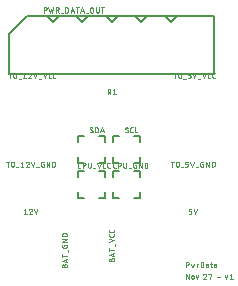
<source format=gbr>
G04 EAGLE Gerber X2 export*
%TF.Part,Single*%
%TF.FileFunction,Legend,Top,1*%
%TF.FilePolarity,Positive*%
%TF.GenerationSoftware,Autodesk,EAGLE,9.1.0*%
%TF.CreationDate,2018-11-28T00:37:37Z*%
G75*
%MOMM*%
%FSLAX34Y34*%
%LPD*%
%AMOC8*
5,1,8,0,0,1.08239X$1,22.5*%
G01*
%ADD10C,0.076200*%
%ADD11C,0.127000*%
%ADD12C,0.050800*%
%ADD13C,0.152400*%


D10*
X170381Y20381D02*
X170381Y24619D01*
X171558Y24619D01*
X171625Y24617D01*
X171692Y24611D01*
X171759Y24602D01*
X171825Y24588D01*
X171890Y24571D01*
X171954Y24551D01*
X172016Y24526D01*
X172077Y24498D01*
X172137Y24467D01*
X172194Y24432D01*
X172250Y24394D01*
X172303Y24353D01*
X172354Y24309D01*
X172402Y24262D01*
X172448Y24213D01*
X172490Y24161D01*
X172530Y24106D01*
X172566Y24050D01*
X172599Y23991D01*
X172629Y23931D01*
X172655Y23869D01*
X172677Y23806D01*
X172696Y23741D01*
X172712Y23676D01*
X172723Y23610D01*
X172731Y23543D01*
X172735Y23476D01*
X172735Y23408D01*
X172731Y23341D01*
X172723Y23274D01*
X172712Y23208D01*
X172696Y23143D01*
X172677Y23078D01*
X172655Y23015D01*
X172629Y22953D01*
X172599Y22893D01*
X172566Y22834D01*
X172530Y22778D01*
X172490Y22723D01*
X172448Y22671D01*
X172402Y22622D01*
X172354Y22575D01*
X172303Y22531D01*
X172250Y22490D01*
X172194Y22452D01*
X172137Y22417D01*
X172077Y22386D01*
X172016Y22358D01*
X171954Y22333D01*
X171890Y22313D01*
X171825Y22296D01*
X171759Y22282D01*
X171692Y22273D01*
X171625Y22267D01*
X171558Y22265D01*
X170381Y22265D01*
X174549Y23206D02*
X175255Y20381D01*
X175961Y22265D01*
X176668Y20381D01*
X177374Y23206D01*
X179558Y23206D02*
X179558Y20381D01*
X179558Y23206D02*
X180970Y23206D01*
X180970Y22735D01*
X182734Y24619D02*
X182734Y20381D01*
X182734Y24619D02*
X183911Y24619D01*
X183977Y24617D01*
X184043Y24612D01*
X184108Y24602D01*
X184173Y24589D01*
X184237Y24573D01*
X184300Y24553D01*
X184361Y24529D01*
X184422Y24502D01*
X184480Y24472D01*
X184537Y24439D01*
X184592Y24402D01*
X184645Y24362D01*
X184695Y24320D01*
X184743Y24274D01*
X184789Y24226D01*
X184831Y24176D01*
X184871Y24123D01*
X184908Y24068D01*
X184941Y24011D01*
X184971Y23953D01*
X184998Y23892D01*
X185022Y23831D01*
X185042Y23768D01*
X185058Y23704D01*
X185071Y23639D01*
X185081Y23574D01*
X185086Y23508D01*
X185088Y23442D01*
X185089Y23442D02*
X185089Y21558D01*
X185088Y21558D02*
X185086Y21490D01*
X185080Y21421D01*
X185070Y21354D01*
X185056Y21287D01*
X185039Y21220D01*
X185017Y21155D01*
X184992Y21092D01*
X184963Y21030D01*
X184930Y20970D01*
X184894Y20911D01*
X184855Y20855D01*
X184813Y20801D01*
X184767Y20750D01*
X184719Y20702D01*
X184668Y20656D01*
X184614Y20614D01*
X184558Y20575D01*
X184500Y20539D01*
X184439Y20506D01*
X184377Y20477D01*
X184314Y20452D01*
X184249Y20430D01*
X184182Y20413D01*
X184115Y20399D01*
X184048Y20389D01*
X183979Y20383D01*
X183911Y20381D01*
X182734Y20381D01*
X188110Y22029D02*
X189169Y22029D01*
X188110Y22029D02*
X188054Y22027D01*
X187998Y22021D01*
X187942Y22012D01*
X187888Y21998D01*
X187834Y21981D01*
X187782Y21961D01*
X187731Y21937D01*
X187682Y21909D01*
X187635Y21878D01*
X187590Y21844D01*
X187548Y21807D01*
X187508Y21767D01*
X187471Y21725D01*
X187437Y21680D01*
X187406Y21633D01*
X187378Y21584D01*
X187354Y21533D01*
X187334Y21481D01*
X187317Y21427D01*
X187303Y21373D01*
X187294Y21317D01*
X187288Y21261D01*
X187286Y21205D01*
X187288Y21149D01*
X187294Y21093D01*
X187303Y21037D01*
X187317Y20983D01*
X187334Y20929D01*
X187354Y20877D01*
X187378Y20826D01*
X187406Y20777D01*
X187437Y20730D01*
X187471Y20685D01*
X187508Y20643D01*
X187548Y20603D01*
X187590Y20566D01*
X187635Y20532D01*
X187682Y20501D01*
X187731Y20473D01*
X187782Y20449D01*
X187834Y20429D01*
X187888Y20412D01*
X187942Y20398D01*
X187998Y20389D01*
X188054Y20383D01*
X188110Y20381D01*
X189169Y20381D01*
X189169Y22500D01*
X189167Y22550D01*
X189162Y22600D01*
X189153Y22650D01*
X189140Y22699D01*
X189124Y22747D01*
X189105Y22793D01*
X189083Y22838D01*
X189057Y22882D01*
X189028Y22923D01*
X188997Y22962D01*
X188962Y22999D01*
X188925Y23034D01*
X188886Y23065D01*
X188845Y23094D01*
X188801Y23120D01*
X188756Y23142D01*
X188710Y23161D01*
X188662Y23177D01*
X188613Y23190D01*
X188563Y23199D01*
X188513Y23204D01*
X188463Y23206D01*
X187521Y23206D01*
X190952Y23206D02*
X192365Y23206D01*
X191423Y24619D02*
X191423Y21087D01*
X191425Y21037D01*
X191430Y20987D01*
X191439Y20937D01*
X191452Y20888D01*
X191468Y20840D01*
X191487Y20794D01*
X191509Y20749D01*
X191535Y20705D01*
X191564Y20664D01*
X191595Y20625D01*
X191630Y20588D01*
X191667Y20553D01*
X191706Y20522D01*
X191747Y20493D01*
X191791Y20467D01*
X191836Y20445D01*
X191882Y20426D01*
X191930Y20410D01*
X191979Y20397D01*
X192029Y20388D01*
X192079Y20383D01*
X192129Y20381D01*
X192365Y20381D01*
X195010Y22029D02*
X196069Y22029D01*
X195010Y22029D02*
X194954Y22027D01*
X194898Y22021D01*
X194842Y22012D01*
X194788Y21998D01*
X194734Y21981D01*
X194682Y21961D01*
X194631Y21937D01*
X194582Y21909D01*
X194535Y21878D01*
X194490Y21844D01*
X194448Y21807D01*
X194408Y21767D01*
X194371Y21725D01*
X194337Y21680D01*
X194306Y21633D01*
X194278Y21584D01*
X194254Y21533D01*
X194234Y21481D01*
X194217Y21427D01*
X194203Y21373D01*
X194194Y21317D01*
X194188Y21261D01*
X194186Y21205D01*
X194188Y21149D01*
X194194Y21093D01*
X194203Y21037D01*
X194217Y20983D01*
X194234Y20929D01*
X194254Y20877D01*
X194278Y20826D01*
X194306Y20777D01*
X194337Y20730D01*
X194371Y20685D01*
X194408Y20643D01*
X194448Y20603D01*
X194490Y20566D01*
X194535Y20532D01*
X194582Y20501D01*
X194631Y20473D01*
X194682Y20449D01*
X194734Y20429D01*
X194788Y20412D01*
X194842Y20398D01*
X194898Y20389D01*
X194954Y20383D01*
X195010Y20381D01*
X196069Y20381D01*
X196069Y22500D01*
X196067Y22550D01*
X196062Y22600D01*
X196053Y22650D01*
X196040Y22699D01*
X196024Y22747D01*
X196005Y22793D01*
X195983Y22838D01*
X195957Y22882D01*
X195928Y22923D01*
X195897Y22962D01*
X195862Y22999D01*
X195825Y23034D01*
X195786Y23065D01*
X195745Y23094D01*
X195701Y23120D01*
X195656Y23142D01*
X195610Y23161D01*
X195562Y23177D01*
X195513Y23190D01*
X195463Y23199D01*
X195413Y23204D01*
X195363Y23206D01*
X194421Y23206D01*
X170381Y14619D02*
X170381Y10381D01*
X172735Y10381D02*
X170381Y14619D01*
X172735Y14619D02*
X172735Y10381D01*
X174966Y11323D02*
X174966Y12265D01*
X174968Y12325D01*
X174974Y12385D01*
X174983Y12445D01*
X174997Y12504D01*
X175014Y12562D01*
X175035Y12619D01*
X175059Y12674D01*
X175087Y12727D01*
X175119Y12779D01*
X175153Y12828D01*
X175191Y12876D01*
X175231Y12920D01*
X175275Y12962D01*
X175321Y13001D01*
X175369Y13038D01*
X175420Y13071D01*
X175472Y13100D01*
X175527Y13126D01*
X175583Y13149D01*
X175640Y13168D01*
X175698Y13183D01*
X175758Y13195D01*
X175818Y13203D01*
X175878Y13207D01*
X175938Y13207D01*
X175998Y13203D01*
X176058Y13195D01*
X176118Y13183D01*
X176176Y13168D01*
X176233Y13149D01*
X176289Y13126D01*
X176344Y13100D01*
X176396Y13071D01*
X176447Y13038D01*
X176495Y13001D01*
X176541Y12962D01*
X176585Y12920D01*
X176625Y12876D01*
X176663Y12828D01*
X176697Y12779D01*
X176729Y12727D01*
X176757Y12674D01*
X176781Y12619D01*
X176802Y12562D01*
X176819Y12504D01*
X176833Y12445D01*
X176842Y12385D01*
X176848Y12325D01*
X176850Y12265D01*
X176850Y11323D01*
X176848Y11263D01*
X176842Y11203D01*
X176833Y11143D01*
X176819Y11084D01*
X176802Y11026D01*
X176781Y10969D01*
X176757Y10914D01*
X176729Y10861D01*
X176697Y10809D01*
X176663Y10760D01*
X176625Y10712D01*
X176585Y10668D01*
X176541Y10626D01*
X176495Y10587D01*
X176447Y10550D01*
X176396Y10517D01*
X176344Y10488D01*
X176289Y10462D01*
X176233Y10439D01*
X176176Y10420D01*
X176118Y10405D01*
X176058Y10393D01*
X175998Y10385D01*
X175938Y10381D01*
X175878Y10381D01*
X175818Y10385D01*
X175758Y10393D01*
X175698Y10405D01*
X175640Y10420D01*
X175583Y10439D01*
X175527Y10462D01*
X175472Y10488D01*
X175420Y10517D01*
X175369Y10550D01*
X175321Y10587D01*
X175275Y10626D01*
X175231Y10668D01*
X175191Y10712D01*
X175153Y10760D01*
X175119Y10809D01*
X175087Y10861D01*
X175059Y10914D01*
X175035Y10969D01*
X175014Y11026D01*
X174997Y11084D01*
X174983Y11143D01*
X174974Y11203D01*
X174968Y11263D01*
X174966Y11323D01*
X178716Y13206D02*
X179658Y10381D01*
X180600Y13206D01*
X186226Y14620D02*
X186290Y14618D01*
X186354Y14612D01*
X186417Y14603D01*
X186480Y14589D01*
X186541Y14572D01*
X186602Y14551D01*
X186661Y14527D01*
X186719Y14499D01*
X186774Y14467D01*
X186828Y14432D01*
X186880Y14394D01*
X186929Y14353D01*
X186976Y14310D01*
X187019Y14263D01*
X187060Y14214D01*
X187098Y14162D01*
X187133Y14108D01*
X187165Y14053D01*
X187193Y13995D01*
X187217Y13936D01*
X187238Y13875D01*
X187255Y13814D01*
X187269Y13751D01*
X187278Y13688D01*
X187284Y13624D01*
X187286Y13560D01*
X186226Y14619D02*
X186155Y14617D01*
X186084Y14612D01*
X186013Y14602D01*
X185943Y14589D01*
X185873Y14573D01*
X185805Y14552D01*
X185738Y14528D01*
X185672Y14501D01*
X185608Y14470D01*
X185545Y14436D01*
X185484Y14399D01*
X185425Y14359D01*
X185369Y14315D01*
X185315Y14269D01*
X185263Y14220D01*
X185214Y14168D01*
X185168Y14114D01*
X185124Y14057D01*
X185084Y13998D01*
X185047Y13938D01*
X185013Y13875D01*
X184982Y13810D01*
X184955Y13745D01*
X184931Y13677D01*
X186932Y12736D02*
X186978Y12783D01*
X187022Y12832D01*
X187062Y12884D01*
X187100Y12938D01*
X187134Y12994D01*
X187165Y13052D01*
X187193Y13112D01*
X187217Y13173D01*
X187238Y13235D01*
X187255Y13299D01*
X187268Y13364D01*
X187277Y13429D01*
X187283Y13494D01*
X187285Y13560D01*
X186932Y12735D02*
X184931Y10381D01*
X187285Y10381D01*
X189431Y14148D02*
X189431Y14619D01*
X191785Y14619D01*
X190608Y10381D01*
X196395Y12029D02*
X199221Y12029D01*
X203616Y13206D02*
X204558Y10381D01*
X205500Y13206D01*
X207431Y13677D02*
X208608Y14619D01*
X208608Y10381D01*
X207431Y10381D02*
X209785Y10381D01*
D11*
X194500Y233000D02*
X36000Y233000D01*
X20500Y217000D02*
X20500Y184000D01*
X57500Y227500D02*
X52500Y232500D01*
X57500Y227500D02*
X62500Y232500D01*
X77500Y232500D02*
X82500Y227500D01*
X87500Y232500D01*
X102500Y232500D02*
X107500Y227500D01*
X112500Y232500D01*
X127500Y232500D02*
X132500Y227500D01*
X152500Y232500D02*
X157500Y227500D01*
X137500Y232500D02*
X132500Y227500D01*
X157500Y227500D02*
X162500Y232500D01*
X36000Y233000D02*
X20500Y217500D01*
X20500Y184000D02*
X194500Y184000D01*
X194500Y233000D01*
D12*
X49854Y235654D02*
X49854Y240146D01*
X51102Y240146D01*
X51171Y240144D01*
X51239Y240138D01*
X51307Y240129D01*
X51375Y240116D01*
X51442Y240099D01*
X51507Y240078D01*
X51572Y240054D01*
X51635Y240027D01*
X51696Y239996D01*
X51756Y239961D01*
X51813Y239924D01*
X51869Y239883D01*
X51922Y239839D01*
X51972Y239793D01*
X52020Y239743D01*
X52065Y239691D01*
X52108Y239637D01*
X52147Y239581D01*
X52183Y239522D01*
X52216Y239462D01*
X52245Y239399D01*
X52271Y239336D01*
X52293Y239271D01*
X52312Y239204D01*
X52327Y239137D01*
X52338Y239069D01*
X52346Y239001D01*
X52350Y238932D01*
X52350Y238864D01*
X52346Y238795D01*
X52338Y238727D01*
X52327Y238659D01*
X52312Y238592D01*
X52293Y238525D01*
X52271Y238460D01*
X52245Y238397D01*
X52216Y238334D01*
X52183Y238274D01*
X52147Y238215D01*
X52108Y238159D01*
X52065Y238105D01*
X52020Y238053D01*
X51972Y238003D01*
X51922Y237957D01*
X51869Y237913D01*
X51813Y237872D01*
X51756Y237835D01*
X51696Y237800D01*
X51635Y237769D01*
X51572Y237742D01*
X51507Y237718D01*
X51442Y237697D01*
X51375Y237680D01*
X51307Y237667D01*
X51239Y237658D01*
X51171Y237652D01*
X51102Y237650D01*
X49854Y237650D01*
X53980Y240146D02*
X54978Y235654D01*
X55976Y238649D01*
X56974Y235654D01*
X57973Y240146D01*
X60011Y240146D02*
X60011Y235654D01*
X60011Y240146D02*
X61259Y240146D01*
X61328Y240144D01*
X61396Y240138D01*
X61464Y240129D01*
X61532Y240116D01*
X61599Y240099D01*
X61664Y240078D01*
X61729Y240054D01*
X61792Y240027D01*
X61853Y239996D01*
X61913Y239961D01*
X61970Y239924D01*
X62026Y239883D01*
X62079Y239839D01*
X62129Y239793D01*
X62177Y239743D01*
X62222Y239691D01*
X62265Y239637D01*
X62304Y239581D01*
X62340Y239522D01*
X62373Y239462D01*
X62402Y239399D01*
X62428Y239336D01*
X62450Y239271D01*
X62469Y239204D01*
X62484Y239137D01*
X62495Y239069D01*
X62503Y239001D01*
X62507Y238932D01*
X62507Y238864D01*
X62503Y238795D01*
X62495Y238727D01*
X62484Y238659D01*
X62469Y238592D01*
X62450Y238525D01*
X62428Y238460D01*
X62402Y238397D01*
X62373Y238334D01*
X62340Y238274D01*
X62304Y238215D01*
X62265Y238159D01*
X62222Y238105D01*
X62177Y238053D01*
X62129Y238003D01*
X62079Y237957D01*
X62026Y237913D01*
X61970Y237872D01*
X61913Y237835D01*
X61853Y237800D01*
X61792Y237769D01*
X61729Y237742D01*
X61664Y237718D01*
X61599Y237697D01*
X61532Y237680D01*
X61464Y237667D01*
X61396Y237658D01*
X61328Y237652D01*
X61259Y237650D01*
X60011Y237650D01*
X61509Y237650D02*
X62507Y235654D01*
X64278Y235155D02*
X66274Y235155D01*
X68228Y235654D02*
X68228Y240146D01*
X69476Y240146D01*
X69544Y240144D01*
X69611Y240139D01*
X69678Y240130D01*
X69744Y240117D01*
X69810Y240101D01*
X69874Y240081D01*
X69938Y240057D01*
X70000Y240031D01*
X70061Y240001D01*
X70119Y239967D01*
X70176Y239931D01*
X70231Y239892D01*
X70284Y239849D01*
X70334Y239804D01*
X70382Y239756D01*
X70427Y239706D01*
X70470Y239653D01*
X70509Y239598D01*
X70545Y239541D01*
X70579Y239483D01*
X70609Y239422D01*
X70635Y239360D01*
X70659Y239296D01*
X70679Y239232D01*
X70695Y239166D01*
X70708Y239100D01*
X70717Y239033D01*
X70722Y238966D01*
X70724Y238898D01*
X70724Y236902D01*
X70722Y236834D01*
X70717Y236767D01*
X70708Y236700D01*
X70695Y236634D01*
X70679Y236568D01*
X70659Y236504D01*
X70635Y236440D01*
X70609Y236378D01*
X70579Y236317D01*
X70545Y236259D01*
X70509Y236202D01*
X70470Y236147D01*
X70427Y236094D01*
X70382Y236044D01*
X70334Y235996D01*
X70284Y235951D01*
X70231Y235908D01*
X70176Y235869D01*
X70119Y235833D01*
X70061Y235799D01*
X70000Y235769D01*
X69938Y235743D01*
X69874Y235719D01*
X69810Y235699D01*
X69744Y235683D01*
X69678Y235670D01*
X69611Y235661D01*
X69544Y235656D01*
X69476Y235654D01*
X68228Y235654D01*
X72629Y235654D02*
X74126Y240146D01*
X75623Y235654D01*
X75249Y236777D02*
X73003Y236777D01*
X78326Y235654D02*
X78326Y240146D01*
X77078Y240146D02*
X79574Y240146D01*
X82526Y240146D02*
X81029Y235654D01*
X84023Y235654D02*
X82526Y240146D01*
X83649Y236777D02*
X81403Y236777D01*
X85578Y235155D02*
X87574Y235155D01*
X89378Y236902D02*
X89378Y238898D01*
X89380Y238967D01*
X89386Y239035D01*
X89395Y239103D01*
X89408Y239171D01*
X89425Y239238D01*
X89446Y239303D01*
X89470Y239368D01*
X89497Y239431D01*
X89528Y239492D01*
X89563Y239552D01*
X89600Y239609D01*
X89641Y239665D01*
X89685Y239718D01*
X89731Y239768D01*
X89781Y239816D01*
X89833Y239861D01*
X89887Y239904D01*
X89943Y239943D01*
X90002Y239979D01*
X90062Y240012D01*
X90125Y240041D01*
X90188Y240067D01*
X90253Y240089D01*
X90320Y240108D01*
X90387Y240123D01*
X90455Y240134D01*
X90523Y240142D01*
X90592Y240146D01*
X90660Y240146D01*
X90729Y240142D01*
X90797Y240134D01*
X90865Y240123D01*
X90932Y240108D01*
X90999Y240089D01*
X91064Y240067D01*
X91127Y240041D01*
X91190Y240012D01*
X91250Y239979D01*
X91309Y239943D01*
X91365Y239904D01*
X91419Y239861D01*
X91471Y239816D01*
X91521Y239768D01*
X91567Y239718D01*
X91611Y239665D01*
X91652Y239609D01*
X91689Y239552D01*
X91724Y239492D01*
X91755Y239431D01*
X91782Y239368D01*
X91806Y239303D01*
X91827Y239238D01*
X91844Y239171D01*
X91857Y239103D01*
X91866Y239035D01*
X91872Y238967D01*
X91874Y238898D01*
X91874Y236902D01*
X91872Y236833D01*
X91866Y236765D01*
X91857Y236697D01*
X91844Y236629D01*
X91827Y236562D01*
X91806Y236497D01*
X91782Y236432D01*
X91755Y236369D01*
X91724Y236308D01*
X91689Y236248D01*
X91652Y236191D01*
X91611Y236135D01*
X91567Y236082D01*
X91521Y236032D01*
X91471Y235984D01*
X91419Y235939D01*
X91365Y235896D01*
X91309Y235857D01*
X91250Y235821D01*
X91190Y235788D01*
X91127Y235759D01*
X91064Y235733D01*
X90999Y235711D01*
X90932Y235692D01*
X90865Y235677D01*
X90797Y235666D01*
X90729Y235658D01*
X90660Y235654D01*
X90592Y235654D01*
X90523Y235658D01*
X90455Y235666D01*
X90387Y235677D01*
X90320Y235692D01*
X90253Y235711D01*
X90188Y235733D01*
X90125Y235759D01*
X90062Y235788D01*
X90002Y235821D01*
X89943Y235857D01*
X89887Y235896D01*
X89833Y235939D01*
X89781Y235984D01*
X89731Y236032D01*
X89685Y236082D01*
X89641Y236135D01*
X89600Y236191D01*
X89563Y236248D01*
X89528Y236308D01*
X89497Y236369D01*
X89470Y236432D01*
X89446Y236497D01*
X89425Y236562D01*
X89408Y236629D01*
X89395Y236697D01*
X89386Y236765D01*
X89380Y236833D01*
X89378Y236902D01*
X94028Y236902D02*
X94028Y240146D01*
X94028Y236902D02*
X94030Y236833D01*
X94036Y236765D01*
X94045Y236697D01*
X94058Y236629D01*
X94075Y236562D01*
X94096Y236497D01*
X94120Y236432D01*
X94147Y236369D01*
X94178Y236308D01*
X94213Y236248D01*
X94250Y236191D01*
X94291Y236135D01*
X94335Y236082D01*
X94381Y236032D01*
X94431Y235984D01*
X94483Y235939D01*
X94537Y235896D01*
X94593Y235857D01*
X94652Y235821D01*
X94712Y235788D01*
X94775Y235759D01*
X94838Y235733D01*
X94903Y235711D01*
X94970Y235692D01*
X95037Y235677D01*
X95105Y235666D01*
X95173Y235658D01*
X95242Y235654D01*
X95310Y235654D01*
X95379Y235658D01*
X95447Y235666D01*
X95515Y235677D01*
X95582Y235692D01*
X95649Y235711D01*
X95714Y235733D01*
X95777Y235759D01*
X95840Y235788D01*
X95900Y235821D01*
X95959Y235857D01*
X96015Y235896D01*
X96069Y235939D01*
X96121Y235984D01*
X96171Y236032D01*
X96217Y236082D01*
X96261Y236135D01*
X96302Y236191D01*
X96339Y236248D01*
X96374Y236308D01*
X96405Y236369D01*
X96432Y236432D01*
X96456Y236497D01*
X96477Y236562D01*
X96494Y236629D01*
X96507Y236697D01*
X96516Y236765D01*
X96522Y236833D01*
X96524Y236902D01*
X96524Y240146D01*
X99626Y240146D02*
X99626Y235654D01*
X98378Y240146D02*
X100874Y240146D01*
D10*
X104031Y170969D02*
X104031Y166731D01*
X104031Y170969D02*
X105208Y170969D01*
X105275Y170967D01*
X105342Y170961D01*
X105409Y170952D01*
X105475Y170938D01*
X105540Y170921D01*
X105604Y170901D01*
X105666Y170876D01*
X105727Y170848D01*
X105787Y170817D01*
X105844Y170782D01*
X105900Y170744D01*
X105953Y170703D01*
X106004Y170659D01*
X106052Y170612D01*
X106098Y170563D01*
X106140Y170511D01*
X106180Y170456D01*
X106216Y170400D01*
X106249Y170341D01*
X106279Y170281D01*
X106305Y170219D01*
X106327Y170156D01*
X106346Y170091D01*
X106362Y170026D01*
X106373Y169960D01*
X106381Y169893D01*
X106385Y169826D01*
X106385Y169758D01*
X106381Y169691D01*
X106373Y169624D01*
X106362Y169558D01*
X106346Y169493D01*
X106327Y169428D01*
X106305Y169365D01*
X106279Y169303D01*
X106249Y169243D01*
X106216Y169184D01*
X106180Y169128D01*
X106140Y169073D01*
X106098Y169021D01*
X106052Y168972D01*
X106004Y168925D01*
X105953Y168881D01*
X105900Y168840D01*
X105844Y168802D01*
X105787Y168767D01*
X105727Y168736D01*
X105666Y168708D01*
X105604Y168683D01*
X105540Y168663D01*
X105475Y168646D01*
X105409Y168632D01*
X105342Y168623D01*
X105275Y168617D01*
X105208Y168615D01*
X104031Y168615D01*
X105444Y168615D02*
X106385Y166731D01*
X108489Y170027D02*
X109666Y170969D01*
X109666Y166731D01*
X108489Y166731D02*
X110843Y166731D01*
X107265Y26558D02*
X107265Y25381D01*
X107265Y26558D02*
X107267Y26625D01*
X107273Y26692D01*
X107282Y26759D01*
X107296Y26825D01*
X107313Y26890D01*
X107333Y26954D01*
X107358Y27016D01*
X107386Y27077D01*
X107417Y27137D01*
X107452Y27194D01*
X107490Y27250D01*
X107531Y27303D01*
X107575Y27354D01*
X107622Y27402D01*
X107671Y27448D01*
X107723Y27490D01*
X107778Y27530D01*
X107834Y27566D01*
X107893Y27599D01*
X107953Y27629D01*
X108015Y27655D01*
X108078Y27677D01*
X108143Y27696D01*
X108208Y27712D01*
X108274Y27723D01*
X108341Y27731D01*
X108408Y27735D01*
X108476Y27735D01*
X108543Y27731D01*
X108610Y27723D01*
X108676Y27712D01*
X108741Y27696D01*
X108806Y27677D01*
X108869Y27655D01*
X108931Y27629D01*
X108991Y27599D01*
X109050Y27566D01*
X109106Y27530D01*
X109161Y27490D01*
X109213Y27448D01*
X109262Y27402D01*
X109309Y27354D01*
X109353Y27303D01*
X109394Y27250D01*
X109432Y27194D01*
X109467Y27137D01*
X109498Y27077D01*
X109526Y27016D01*
X109551Y26954D01*
X109571Y26890D01*
X109588Y26825D01*
X109602Y26759D01*
X109611Y26692D01*
X109617Y26625D01*
X109619Y26558D01*
X109619Y25381D01*
X105381Y25381D01*
X105381Y26558D01*
X105383Y26618D01*
X105389Y26678D01*
X105398Y26738D01*
X105412Y26797D01*
X105429Y26855D01*
X105450Y26912D01*
X105474Y26967D01*
X105502Y27020D01*
X105534Y27072D01*
X105568Y27121D01*
X105606Y27169D01*
X105646Y27213D01*
X105690Y27255D01*
X105736Y27294D01*
X105784Y27331D01*
X105835Y27364D01*
X105887Y27393D01*
X105942Y27419D01*
X105998Y27442D01*
X106055Y27461D01*
X106113Y27476D01*
X106173Y27488D01*
X106233Y27496D01*
X106293Y27500D01*
X106353Y27500D01*
X106413Y27496D01*
X106473Y27488D01*
X106533Y27476D01*
X106591Y27461D01*
X106648Y27442D01*
X106704Y27419D01*
X106759Y27393D01*
X106811Y27364D01*
X106862Y27331D01*
X106910Y27294D01*
X106956Y27255D01*
X107000Y27213D01*
X107040Y27169D01*
X107078Y27121D01*
X107112Y27072D01*
X107144Y27020D01*
X107172Y26967D01*
X107196Y26912D01*
X107217Y26855D01*
X107234Y26797D01*
X107248Y26738D01*
X107257Y26678D01*
X107263Y26618D01*
X107265Y26558D01*
X109619Y29399D02*
X105381Y30811D01*
X109619Y32224D01*
X108560Y31871D02*
X108560Y29752D01*
X109619Y35011D02*
X105381Y35011D01*
X105381Y33834D02*
X105381Y36189D01*
X110090Y37820D02*
X110090Y39703D01*
X109619Y42811D02*
X105381Y41399D01*
X105381Y44224D02*
X109619Y42811D01*
X109619Y47057D02*
X109619Y47999D01*
X109619Y47057D02*
X109617Y46998D01*
X109612Y46939D01*
X109602Y46880D01*
X109589Y46823D01*
X109573Y46766D01*
X109553Y46710D01*
X109529Y46656D01*
X109502Y46603D01*
X109472Y46552D01*
X109439Y46503D01*
X109403Y46457D01*
X109364Y46412D01*
X109322Y46370D01*
X109277Y46331D01*
X109231Y46295D01*
X109182Y46262D01*
X109131Y46232D01*
X109078Y46205D01*
X109024Y46181D01*
X108968Y46161D01*
X108911Y46145D01*
X108854Y46132D01*
X108795Y46122D01*
X108736Y46117D01*
X108677Y46115D01*
X106323Y46115D01*
X106264Y46117D01*
X106205Y46122D01*
X106146Y46132D01*
X106089Y46145D01*
X106032Y46161D01*
X105976Y46181D01*
X105922Y46205D01*
X105869Y46232D01*
X105818Y46262D01*
X105769Y46295D01*
X105723Y46331D01*
X105678Y46370D01*
X105636Y46412D01*
X105597Y46457D01*
X105561Y46503D01*
X105528Y46552D01*
X105498Y46603D01*
X105471Y46656D01*
X105447Y46710D01*
X105427Y46766D01*
X105411Y46823D01*
X105398Y46880D01*
X105388Y46939D01*
X105383Y46998D01*
X105381Y47057D01*
X105381Y47999D01*
X109619Y50807D02*
X109619Y51749D01*
X109619Y50807D02*
X109617Y50748D01*
X109612Y50689D01*
X109602Y50630D01*
X109589Y50573D01*
X109573Y50516D01*
X109553Y50460D01*
X109529Y50406D01*
X109502Y50353D01*
X109472Y50302D01*
X109439Y50253D01*
X109403Y50207D01*
X109364Y50162D01*
X109322Y50120D01*
X109277Y50081D01*
X109231Y50045D01*
X109182Y50012D01*
X109131Y49982D01*
X109078Y49955D01*
X109024Y49931D01*
X108968Y49911D01*
X108911Y49895D01*
X108854Y49882D01*
X108795Y49872D01*
X108736Y49867D01*
X108677Y49865D01*
X106323Y49865D01*
X106264Y49867D01*
X106205Y49872D01*
X106146Y49882D01*
X106089Y49895D01*
X106032Y49911D01*
X105976Y49931D01*
X105922Y49955D01*
X105869Y49982D01*
X105818Y50012D01*
X105769Y50045D01*
X105723Y50081D01*
X105678Y50120D01*
X105636Y50162D01*
X105597Y50207D01*
X105561Y50253D01*
X105528Y50302D01*
X105498Y50353D01*
X105471Y50406D01*
X105447Y50460D01*
X105427Y50516D01*
X105411Y50573D01*
X105398Y50630D01*
X105388Y50689D01*
X105383Y50748D01*
X105381Y50807D01*
X105381Y51749D01*
X67265Y21558D02*
X67265Y20381D01*
X67265Y21558D02*
X67267Y21625D01*
X67273Y21692D01*
X67282Y21759D01*
X67296Y21825D01*
X67313Y21890D01*
X67333Y21954D01*
X67358Y22016D01*
X67386Y22077D01*
X67417Y22137D01*
X67452Y22194D01*
X67490Y22250D01*
X67531Y22303D01*
X67575Y22354D01*
X67622Y22402D01*
X67671Y22448D01*
X67723Y22490D01*
X67778Y22530D01*
X67834Y22566D01*
X67893Y22599D01*
X67953Y22629D01*
X68015Y22655D01*
X68078Y22677D01*
X68143Y22696D01*
X68208Y22712D01*
X68274Y22723D01*
X68341Y22731D01*
X68408Y22735D01*
X68476Y22735D01*
X68543Y22731D01*
X68610Y22723D01*
X68676Y22712D01*
X68741Y22696D01*
X68806Y22677D01*
X68869Y22655D01*
X68931Y22629D01*
X68991Y22599D01*
X69050Y22566D01*
X69106Y22530D01*
X69161Y22490D01*
X69213Y22448D01*
X69262Y22402D01*
X69309Y22354D01*
X69353Y22303D01*
X69394Y22250D01*
X69432Y22194D01*
X69467Y22137D01*
X69498Y22077D01*
X69526Y22016D01*
X69551Y21954D01*
X69571Y21890D01*
X69588Y21825D01*
X69602Y21759D01*
X69611Y21692D01*
X69617Y21625D01*
X69619Y21558D01*
X69619Y20381D01*
X65381Y20381D01*
X65381Y21558D01*
X65383Y21618D01*
X65389Y21678D01*
X65398Y21738D01*
X65412Y21797D01*
X65429Y21855D01*
X65450Y21912D01*
X65474Y21967D01*
X65502Y22020D01*
X65534Y22072D01*
X65568Y22121D01*
X65606Y22169D01*
X65646Y22213D01*
X65690Y22255D01*
X65736Y22294D01*
X65784Y22331D01*
X65835Y22364D01*
X65887Y22393D01*
X65942Y22419D01*
X65998Y22442D01*
X66055Y22461D01*
X66113Y22476D01*
X66173Y22488D01*
X66233Y22496D01*
X66293Y22500D01*
X66353Y22500D01*
X66413Y22496D01*
X66473Y22488D01*
X66533Y22476D01*
X66591Y22461D01*
X66648Y22442D01*
X66704Y22419D01*
X66759Y22393D01*
X66811Y22364D01*
X66862Y22331D01*
X66910Y22294D01*
X66956Y22255D01*
X67000Y22213D01*
X67040Y22169D01*
X67078Y22121D01*
X67112Y22072D01*
X67144Y22020D01*
X67172Y21967D01*
X67196Y21912D01*
X67217Y21855D01*
X67234Y21797D01*
X67248Y21738D01*
X67257Y21678D01*
X67263Y21618D01*
X67265Y21558D01*
X69619Y24399D02*
X65381Y25811D01*
X69619Y27224D01*
X68560Y26871D02*
X68560Y24752D01*
X69619Y30011D02*
X65381Y30011D01*
X65381Y28834D02*
X65381Y31189D01*
X70090Y32820D02*
X70090Y34703D01*
X67265Y38432D02*
X67265Y39139D01*
X69619Y39139D01*
X69619Y37726D01*
X69617Y37667D01*
X69612Y37608D01*
X69602Y37549D01*
X69589Y37492D01*
X69573Y37435D01*
X69553Y37379D01*
X69529Y37325D01*
X69502Y37272D01*
X69472Y37221D01*
X69439Y37172D01*
X69403Y37126D01*
X69364Y37081D01*
X69322Y37039D01*
X69277Y37000D01*
X69231Y36964D01*
X69182Y36931D01*
X69131Y36901D01*
X69078Y36874D01*
X69024Y36850D01*
X68968Y36830D01*
X68911Y36814D01*
X68854Y36801D01*
X68795Y36791D01*
X68736Y36786D01*
X68677Y36784D01*
X66323Y36784D01*
X66264Y36786D01*
X66205Y36791D01*
X66146Y36801D01*
X66089Y36814D01*
X66032Y36830D01*
X65976Y36850D01*
X65922Y36874D01*
X65869Y36901D01*
X65818Y36931D01*
X65769Y36964D01*
X65723Y37000D01*
X65678Y37039D01*
X65636Y37081D01*
X65597Y37126D01*
X65561Y37172D01*
X65528Y37221D01*
X65498Y37272D01*
X65471Y37325D01*
X65447Y37379D01*
X65427Y37435D01*
X65411Y37492D01*
X65398Y37549D01*
X65388Y37608D01*
X65383Y37667D01*
X65381Y37726D01*
X65381Y39139D01*
X65381Y41584D02*
X69619Y41584D01*
X69619Y43939D02*
X65381Y41584D01*
X65381Y43939D02*
X69619Y43939D01*
X69619Y46384D02*
X65381Y46384D01*
X65381Y47561D01*
X65383Y47627D01*
X65388Y47693D01*
X65398Y47758D01*
X65411Y47823D01*
X65427Y47887D01*
X65447Y47950D01*
X65471Y48011D01*
X65498Y48072D01*
X65528Y48130D01*
X65561Y48187D01*
X65598Y48242D01*
X65638Y48295D01*
X65680Y48345D01*
X65726Y48393D01*
X65774Y48439D01*
X65824Y48481D01*
X65877Y48521D01*
X65932Y48558D01*
X65989Y48591D01*
X66047Y48621D01*
X66108Y48648D01*
X66169Y48672D01*
X66232Y48692D01*
X66296Y48708D01*
X66361Y48721D01*
X66426Y48731D01*
X66492Y48736D01*
X66558Y48738D01*
X66558Y48739D02*
X68442Y48739D01*
X68442Y48738D02*
X68508Y48736D01*
X68574Y48731D01*
X68639Y48721D01*
X68704Y48708D01*
X68768Y48692D01*
X68831Y48672D01*
X68892Y48648D01*
X68953Y48621D01*
X69011Y48591D01*
X69068Y48558D01*
X69123Y48521D01*
X69176Y48481D01*
X69226Y48439D01*
X69274Y48393D01*
X69320Y48345D01*
X69362Y48295D01*
X69402Y48242D01*
X69439Y48187D01*
X69472Y48130D01*
X69502Y48072D01*
X69529Y48011D01*
X69553Y47950D01*
X69573Y47887D01*
X69589Y47823D01*
X69602Y47758D01*
X69612Y47693D01*
X69617Y47627D01*
X69619Y47561D01*
X69619Y46384D01*
X160782Y180381D02*
X160782Y184619D01*
X159605Y184619D02*
X161959Y184619D01*
X163805Y183442D02*
X163805Y181558D01*
X163805Y183442D02*
X163807Y183509D01*
X163813Y183576D01*
X163822Y183643D01*
X163836Y183709D01*
X163853Y183774D01*
X163873Y183838D01*
X163898Y183900D01*
X163926Y183961D01*
X163957Y184021D01*
X163992Y184078D01*
X164030Y184134D01*
X164071Y184187D01*
X164115Y184238D01*
X164162Y184286D01*
X164211Y184332D01*
X164263Y184374D01*
X164318Y184414D01*
X164374Y184450D01*
X164433Y184483D01*
X164493Y184513D01*
X164555Y184539D01*
X164618Y184561D01*
X164683Y184580D01*
X164748Y184596D01*
X164814Y184607D01*
X164881Y184615D01*
X164948Y184619D01*
X165016Y184619D01*
X165083Y184615D01*
X165150Y184607D01*
X165216Y184596D01*
X165281Y184580D01*
X165346Y184561D01*
X165409Y184539D01*
X165471Y184513D01*
X165531Y184483D01*
X165590Y184450D01*
X165646Y184414D01*
X165701Y184374D01*
X165753Y184332D01*
X165802Y184286D01*
X165849Y184238D01*
X165893Y184187D01*
X165934Y184134D01*
X165972Y184078D01*
X166007Y184021D01*
X166038Y183961D01*
X166066Y183900D01*
X166091Y183838D01*
X166111Y183774D01*
X166128Y183709D01*
X166142Y183643D01*
X166151Y183576D01*
X166157Y183509D01*
X166159Y183442D01*
X166159Y181558D01*
X166157Y181491D01*
X166151Y181424D01*
X166142Y181357D01*
X166128Y181291D01*
X166111Y181226D01*
X166091Y181162D01*
X166066Y181100D01*
X166038Y181039D01*
X166007Y180979D01*
X165972Y180922D01*
X165934Y180866D01*
X165893Y180813D01*
X165849Y180762D01*
X165802Y180714D01*
X165753Y180668D01*
X165701Y180626D01*
X165646Y180586D01*
X165590Y180550D01*
X165531Y180517D01*
X165471Y180487D01*
X165409Y180461D01*
X165346Y180439D01*
X165281Y180420D01*
X165216Y180404D01*
X165150Y180393D01*
X165083Y180385D01*
X165016Y180381D01*
X164948Y180381D01*
X164881Y180385D01*
X164814Y180393D01*
X164748Y180404D01*
X164683Y180420D01*
X164618Y180439D01*
X164555Y180461D01*
X164493Y180487D01*
X164433Y180517D01*
X164374Y180550D01*
X164318Y180586D01*
X164263Y180626D01*
X164211Y180668D01*
X164162Y180714D01*
X164115Y180762D01*
X164071Y180813D01*
X164030Y180866D01*
X163992Y180922D01*
X163957Y180979D01*
X163926Y181039D01*
X163898Y181100D01*
X163873Y181162D01*
X163853Y181226D01*
X163836Y181291D01*
X163822Y181357D01*
X163813Y181424D01*
X163807Y181491D01*
X163805Y181558D01*
X168090Y179910D02*
X169974Y179910D01*
X171905Y180381D02*
X173317Y180381D01*
X173376Y180383D01*
X173435Y180388D01*
X173494Y180398D01*
X173551Y180411D01*
X173608Y180427D01*
X173664Y180447D01*
X173718Y180471D01*
X173771Y180498D01*
X173822Y180528D01*
X173871Y180561D01*
X173917Y180597D01*
X173962Y180636D01*
X174004Y180678D01*
X174043Y180723D01*
X174079Y180769D01*
X174112Y180818D01*
X174142Y180869D01*
X174169Y180922D01*
X174193Y180976D01*
X174213Y181032D01*
X174229Y181089D01*
X174242Y181146D01*
X174252Y181205D01*
X174257Y181264D01*
X174259Y181323D01*
X174259Y181794D01*
X174257Y181853D01*
X174252Y181912D01*
X174242Y181971D01*
X174229Y182028D01*
X174213Y182085D01*
X174193Y182141D01*
X174169Y182195D01*
X174142Y182248D01*
X174112Y182299D01*
X174079Y182348D01*
X174043Y182394D01*
X174004Y182439D01*
X173962Y182481D01*
X173917Y182520D01*
X173871Y182556D01*
X173822Y182589D01*
X173771Y182619D01*
X173718Y182646D01*
X173664Y182670D01*
X173608Y182690D01*
X173551Y182706D01*
X173494Y182719D01*
X173435Y182729D01*
X173376Y182734D01*
X173317Y182736D01*
X173317Y182735D02*
X171905Y182735D01*
X171905Y184619D01*
X174259Y184619D01*
X176169Y184619D02*
X177582Y180381D01*
X178994Y184619D01*
X180690Y179910D02*
X182574Y179910D01*
X185682Y180381D02*
X184269Y184619D01*
X187094Y184619D02*
X185682Y180381D01*
X189927Y180381D02*
X190869Y180381D01*
X189927Y180381D02*
X189868Y180383D01*
X189809Y180388D01*
X189750Y180398D01*
X189693Y180411D01*
X189636Y180427D01*
X189580Y180447D01*
X189526Y180471D01*
X189473Y180498D01*
X189422Y180528D01*
X189373Y180561D01*
X189327Y180597D01*
X189282Y180636D01*
X189240Y180678D01*
X189201Y180723D01*
X189165Y180769D01*
X189132Y180818D01*
X189102Y180869D01*
X189075Y180922D01*
X189051Y180976D01*
X189031Y181032D01*
X189015Y181089D01*
X189002Y181146D01*
X188992Y181205D01*
X188987Y181264D01*
X188985Y181323D01*
X188986Y181323D02*
X188986Y183677D01*
X188985Y183677D02*
X188987Y183736D01*
X188992Y183795D01*
X189002Y183854D01*
X189015Y183911D01*
X189031Y183968D01*
X189051Y184024D01*
X189075Y184078D01*
X189102Y184131D01*
X189132Y184182D01*
X189165Y184231D01*
X189201Y184277D01*
X189240Y184322D01*
X189282Y184364D01*
X189327Y184403D01*
X189373Y184439D01*
X189422Y184472D01*
X189473Y184502D01*
X189526Y184529D01*
X189580Y184553D01*
X189636Y184573D01*
X189693Y184589D01*
X189750Y184602D01*
X189809Y184612D01*
X189868Y184617D01*
X189927Y184619D01*
X190869Y184619D01*
X193677Y180381D02*
X194619Y180381D01*
X193677Y180381D02*
X193618Y180383D01*
X193559Y180388D01*
X193500Y180398D01*
X193443Y180411D01*
X193386Y180427D01*
X193330Y180447D01*
X193276Y180471D01*
X193223Y180498D01*
X193172Y180528D01*
X193123Y180561D01*
X193077Y180597D01*
X193032Y180636D01*
X192990Y180678D01*
X192951Y180723D01*
X192915Y180769D01*
X192882Y180818D01*
X192852Y180869D01*
X192825Y180922D01*
X192801Y180976D01*
X192781Y181032D01*
X192765Y181089D01*
X192752Y181146D01*
X192742Y181205D01*
X192737Y181264D01*
X192735Y181323D01*
X192735Y183677D01*
X192737Y183736D01*
X192742Y183795D01*
X192752Y183854D01*
X192765Y183911D01*
X192781Y183968D01*
X192801Y184024D01*
X192825Y184078D01*
X192852Y184131D01*
X192882Y184182D01*
X192915Y184231D01*
X192951Y184277D01*
X192990Y184322D01*
X193032Y184364D01*
X193077Y184403D01*
X193123Y184439D01*
X193172Y184472D01*
X193223Y184502D01*
X193276Y184529D01*
X193330Y184553D01*
X193386Y184573D01*
X193443Y184589D01*
X193500Y184602D01*
X193559Y184612D01*
X193618Y184617D01*
X193677Y184619D01*
X194619Y184619D01*
X158792Y109619D02*
X158792Y105381D01*
X157615Y109619D02*
X159969Y109619D01*
X161815Y108442D02*
X161815Y106558D01*
X161815Y108442D02*
X161817Y108509D01*
X161823Y108576D01*
X161832Y108643D01*
X161846Y108709D01*
X161863Y108774D01*
X161883Y108838D01*
X161908Y108900D01*
X161936Y108961D01*
X161967Y109021D01*
X162002Y109078D01*
X162040Y109134D01*
X162081Y109187D01*
X162125Y109238D01*
X162172Y109286D01*
X162221Y109332D01*
X162273Y109374D01*
X162328Y109414D01*
X162384Y109450D01*
X162443Y109483D01*
X162503Y109513D01*
X162565Y109539D01*
X162628Y109561D01*
X162693Y109580D01*
X162758Y109596D01*
X162824Y109607D01*
X162891Y109615D01*
X162958Y109619D01*
X163026Y109619D01*
X163093Y109615D01*
X163160Y109607D01*
X163226Y109596D01*
X163291Y109580D01*
X163356Y109561D01*
X163419Y109539D01*
X163481Y109513D01*
X163541Y109483D01*
X163600Y109450D01*
X163656Y109414D01*
X163711Y109374D01*
X163763Y109332D01*
X163812Y109286D01*
X163859Y109238D01*
X163903Y109187D01*
X163944Y109134D01*
X163982Y109078D01*
X164017Y109021D01*
X164048Y108961D01*
X164076Y108900D01*
X164101Y108838D01*
X164121Y108774D01*
X164138Y108709D01*
X164152Y108643D01*
X164161Y108576D01*
X164167Y108509D01*
X164169Y108442D01*
X164169Y106558D01*
X164167Y106491D01*
X164161Y106424D01*
X164152Y106357D01*
X164138Y106291D01*
X164121Y106226D01*
X164101Y106162D01*
X164076Y106100D01*
X164048Y106039D01*
X164017Y105979D01*
X163982Y105922D01*
X163944Y105866D01*
X163903Y105813D01*
X163859Y105762D01*
X163812Y105714D01*
X163763Y105668D01*
X163711Y105626D01*
X163656Y105586D01*
X163600Y105550D01*
X163541Y105517D01*
X163481Y105487D01*
X163419Y105461D01*
X163356Y105439D01*
X163291Y105420D01*
X163226Y105404D01*
X163160Y105393D01*
X163093Y105385D01*
X163026Y105381D01*
X162958Y105381D01*
X162891Y105385D01*
X162824Y105393D01*
X162758Y105404D01*
X162693Y105420D01*
X162628Y105439D01*
X162565Y105461D01*
X162503Y105487D01*
X162443Y105517D01*
X162384Y105550D01*
X162328Y105586D01*
X162273Y105626D01*
X162221Y105668D01*
X162172Y105714D01*
X162125Y105762D01*
X162081Y105813D01*
X162040Y105866D01*
X162002Y105922D01*
X161967Y105979D01*
X161936Y106039D01*
X161908Y106100D01*
X161883Y106162D01*
X161863Y106226D01*
X161846Y106291D01*
X161832Y106357D01*
X161823Y106424D01*
X161817Y106491D01*
X161815Y106558D01*
X166100Y104910D02*
X167984Y104910D01*
X169915Y105381D02*
X171327Y105381D01*
X171386Y105383D01*
X171445Y105388D01*
X171504Y105398D01*
X171561Y105411D01*
X171618Y105427D01*
X171674Y105447D01*
X171728Y105471D01*
X171781Y105498D01*
X171832Y105528D01*
X171881Y105561D01*
X171927Y105597D01*
X171972Y105636D01*
X172014Y105678D01*
X172053Y105723D01*
X172089Y105769D01*
X172122Y105818D01*
X172152Y105869D01*
X172179Y105922D01*
X172203Y105976D01*
X172223Y106032D01*
X172239Y106089D01*
X172252Y106146D01*
X172262Y106205D01*
X172267Y106264D01*
X172269Y106323D01*
X172269Y106794D01*
X172267Y106853D01*
X172262Y106912D01*
X172252Y106971D01*
X172239Y107028D01*
X172223Y107085D01*
X172203Y107141D01*
X172179Y107195D01*
X172152Y107248D01*
X172122Y107299D01*
X172089Y107348D01*
X172053Y107394D01*
X172014Y107439D01*
X171972Y107481D01*
X171927Y107520D01*
X171881Y107556D01*
X171832Y107589D01*
X171781Y107619D01*
X171728Y107646D01*
X171674Y107670D01*
X171618Y107690D01*
X171561Y107706D01*
X171504Y107719D01*
X171445Y107729D01*
X171386Y107734D01*
X171327Y107736D01*
X171327Y107735D02*
X169915Y107735D01*
X169915Y109619D01*
X172269Y109619D01*
X174179Y109619D02*
X175592Y105381D01*
X177004Y109619D01*
X178700Y104910D02*
X180584Y104910D01*
X184313Y107735D02*
X185019Y107735D01*
X185019Y105381D01*
X183606Y105381D01*
X183547Y105383D01*
X183488Y105388D01*
X183429Y105398D01*
X183372Y105411D01*
X183315Y105427D01*
X183259Y105447D01*
X183205Y105471D01*
X183152Y105498D01*
X183101Y105528D01*
X183052Y105561D01*
X183006Y105597D01*
X182961Y105636D01*
X182919Y105678D01*
X182880Y105723D01*
X182844Y105769D01*
X182811Y105818D01*
X182781Y105869D01*
X182754Y105922D01*
X182730Y105976D01*
X182710Y106032D01*
X182694Y106089D01*
X182681Y106146D01*
X182671Y106205D01*
X182666Y106264D01*
X182664Y106323D01*
X182665Y106323D02*
X182665Y108677D01*
X182664Y108677D02*
X182666Y108736D01*
X182671Y108795D01*
X182681Y108854D01*
X182694Y108911D01*
X182710Y108968D01*
X182730Y109024D01*
X182754Y109078D01*
X182781Y109131D01*
X182811Y109182D01*
X182844Y109231D01*
X182880Y109277D01*
X182919Y109322D01*
X182961Y109364D01*
X183006Y109403D01*
X183052Y109439D01*
X183101Y109472D01*
X183152Y109502D01*
X183205Y109529D01*
X183259Y109553D01*
X183315Y109573D01*
X183372Y109589D01*
X183429Y109602D01*
X183488Y109612D01*
X183547Y109617D01*
X183606Y109619D01*
X185019Y109619D01*
X187465Y109619D02*
X187465Y105381D01*
X189819Y105381D02*
X187465Y109619D01*
X189819Y109619D02*
X189819Y105381D01*
X192265Y105381D02*
X192265Y109619D01*
X193442Y109619D01*
X193508Y109617D01*
X193574Y109612D01*
X193639Y109602D01*
X193704Y109589D01*
X193768Y109573D01*
X193831Y109553D01*
X193892Y109529D01*
X193953Y109502D01*
X194011Y109472D01*
X194068Y109439D01*
X194123Y109402D01*
X194176Y109362D01*
X194226Y109320D01*
X194274Y109274D01*
X194320Y109226D01*
X194362Y109176D01*
X194402Y109123D01*
X194439Y109068D01*
X194472Y109011D01*
X194502Y108953D01*
X194529Y108892D01*
X194553Y108831D01*
X194573Y108768D01*
X194589Y108704D01*
X194602Y108639D01*
X194612Y108574D01*
X194617Y108508D01*
X194619Y108442D01*
X194619Y106558D01*
X194617Y106490D01*
X194611Y106421D01*
X194601Y106354D01*
X194587Y106287D01*
X194570Y106220D01*
X194548Y106155D01*
X194523Y106092D01*
X194494Y106030D01*
X194461Y105970D01*
X194425Y105911D01*
X194386Y105855D01*
X194344Y105801D01*
X194298Y105750D01*
X194250Y105702D01*
X194199Y105656D01*
X194145Y105614D01*
X194089Y105575D01*
X194031Y105539D01*
X193970Y105506D01*
X193908Y105477D01*
X193845Y105452D01*
X193780Y105430D01*
X193713Y105413D01*
X193646Y105399D01*
X193579Y105389D01*
X193510Y105383D01*
X193442Y105381D01*
X192265Y105381D01*
X173942Y65381D02*
X172529Y65381D01*
X173942Y65381D02*
X174001Y65383D01*
X174060Y65388D01*
X174119Y65398D01*
X174176Y65411D01*
X174233Y65427D01*
X174289Y65447D01*
X174343Y65471D01*
X174396Y65498D01*
X174447Y65528D01*
X174496Y65561D01*
X174542Y65597D01*
X174587Y65636D01*
X174629Y65678D01*
X174668Y65723D01*
X174704Y65769D01*
X174737Y65818D01*
X174767Y65869D01*
X174794Y65922D01*
X174818Y65976D01*
X174838Y66032D01*
X174854Y66089D01*
X174867Y66146D01*
X174877Y66205D01*
X174882Y66264D01*
X174884Y66323D01*
X174884Y66794D01*
X174882Y66853D01*
X174877Y66912D01*
X174867Y66971D01*
X174854Y67028D01*
X174838Y67085D01*
X174818Y67141D01*
X174794Y67195D01*
X174767Y67248D01*
X174737Y67299D01*
X174704Y67348D01*
X174668Y67394D01*
X174629Y67439D01*
X174587Y67481D01*
X174542Y67520D01*
X174496Y67556D01*
X174447Y67589D01*
X174396Y67619D01*
X174343Y67646D01*
X174289Y67670D01*
X174233Y67690D01*
X174176Y67706D01*
X174119Y67719D01*
X174060Y67729D01*
X174001Y67734D01*
X173942Y67736D01*
X173942Y67735D02*
X172529Y67735D01*
X172529Y69619D01*
X174884Y69619D01*
X176794Y69619D02*
X178206Y65381D01*
X179619Y69619D01*
X21282Y180381D02*
X21282Y184619D01*
X20105Y184619D02*
X22459Y184619D01*
X24305Y183442D02*
X24305Y181558D01*
X24305Y183442D02*
X24307Y183509D01*
X24313Y183576D01*
X24322Y183643D01*
X24336Y183709D01*
X24353Y183774D01*
X24373Y183838D01*
X24398Y183900D01*
X24426Y183961D01*
X24457Y184021D01*
X24492Y184078D01*
X24530Y184134D01*
X24571Y184187D01*
X24615Y184238D01*
X24662Y184286D01*
X24711Y184332D01*
X24763Y184374D01*
X24818Y184414D01*
X24874Y184450D01*
X24933Y184483D01*
X24993Y184513D01*
X25055Y184539D01*
X25118Y184561D01*
X25183Y184580D01*
X25248Y184596D01*
X25314Y184607D01*
X25381Y184615D01*
X25448Y184619D01*
X25516Y184619D01*
X25583Y184615D01*
X25650Y184607D01*
X25716Y184596D01*
X25781Y184580D01*
X25846Y184561D01*
X25909Y184539D01*
X25971Y184513D01*
X26031Y184483D01*
X26090Y184450D01*
X26146Y184414D01*
X26201Y184374D01*
X26253Y184332D01*
X26302Y184286D01*
X26349Y184238D01*
X26393Y184187D01*
X26434Y184134D01*
X26472Y184078D01*
X26507Y184021D01*
X26538Y183961D01*
X26566Y183900D01*
X26591Y183838D01*
X26611Y183774D01*
X26628Y183709D01*
X26642Y183643D01*
X26651Y183576D01*
X26657Y183509D01*
X26659Y183442D01*
X26659Y181558D01*
X26657Y181491D01*
X26651Y181424D01*
X26642Y181357D01*
X26628Y181291D01*
X26611Y181226D01*
X26591Y181162D01*
X26566Y181100D01*
X26538Y181039D01*
X26507Y180979D01*
X26472Y180922D01*
X26434Y180866D01*
X26393Y180813D01*
X26349Y180762D01*
X26302Y180714D01*
X26253Y180668D01*
X26201Y180626D01*
X26146Y180586D01*
X26090Y180550D01*
X26031Y180517D01*
X25971Y180487D01*
X25909Y180461D01*
X25846Y180439D01*
X25781Y180420D01*
X25716Y180404D01*
X25650Y180393D01*
X25583Y180385D01*
X25516Y180381D01*
X25448Y180381D01*
X25381Y180385D01*
X25314Y180393D01*
X25248Y180404D01*
X25183Y180420D01*
X25118Y180439D01*
X25055Y180461D01*
X24993Y180487D01*
X24933Y180517D01*
X24874Y180550D01*
X24818Y180586D01*
X24763Y180626D01*
X24711Y180668D01*
X24662Y180714D01*
X24615Y180762D01*
X24571Y180813D01*
X24530Y180866D01*
X24492Y180922D01*
X24457Y180979D01*
X24426Y181039D01*
X24398Y181100D01*
X24373Y181162D01*
X24353Y181226D01*
X24336Y181291D01*
X24322Y181357D01*
X24313Y181424D01*
X24307Y181491D01*
X24305Y181558D01*
X28590Y179910D02*
X30474Y179910D01*
X32405Y183677D02*
X33582Y184619D01*
X33582Y180381D01*
X32405Y180381D02*
X34759Y180381D01*
X38199Y184620D02*
X38263Y184618D01*
X38327Y184612D01*
X38390Y184603D01*
X38453Y184589D01*
X38514Y184572D01*
X38575Y184551D01*
X38634Y184527D01*
X38692Y184499D01*
X38747Y184467D01*
X38801Y184432D01*
X38853Y184394D01*
X38902Y184353D01*
X38949Y184310D01*
X38992Y184263D01*
X39033Y184214D01*
X39071Y184162D01*
X39106Y184108D01*
X39138Y184053D01*
X39166Y183995D01*
X39190Y183936D01*
X39211Y183875D01*
X39228Y183814D01*
X39242Y183751D01*
X39251Y183688D01*
X39257Y183624D01*
X39259Y183560D01*
X38199Y184619D02*
X38128Y184617D01*
X38057Y184612D01*
X37986Y184602D01*
X37916Y184589D01*
X37846Y184573D01*
X37778Y184552D01*
X37711Y184528D01*
X37645Y184501D01*
X37581Y184470D01*
X37518Y184436D01*
X37457Y184399D01*
X37398Y184359D01*
X37342Y184315D01*
X37288Y184269D01*
X37236Y184220D01*
X37187Y184168D01*
X37141Y184114D01*
X37097Y184057D01*
X37057Y183998D01*
X37020Y183938D01*
X36986Y183875D01*
X36955Y183810D01*
X36928Y183745D01*
X36904Y183677D01*
X38906Y182736D02*
X38952Y182783D01*
X38996Y182832D01*
X39036Y182884D01*
X39074Y182938D01*
X39108Y182994D01*
X39139Y183052D01*
X39167Y183112D01*
X39191Y183173D01*
X39212Y183235D01*
X39229Y183299D01*
X39242Y183364D01*
X39251Y183429D01*
X39257Y183494D01*
X39259Y183560D01*
X38906Y182735D02*
X36905Y180381D01*
X39259Y180381D01*
X42582Y180381D02*
X41169Y184619D01*
X43994Y184619D02*
X42582Y180381D01*
X45690Y179910D02*
X47574Y179910D01*
X50682Y180381D02*
X49269Y184619D01*
X52094Y184619D02*
X50682Y180381D01*
X54927Y180381D02*
X55869Y180381D01*
X54927Y180381D02*
X54868Y180383D01*
X54809Y180388D01*
X54750Y180398D01*
X54693Y180411D01*
X54636Y180427D01*
X54580Y180447D01*
X54526Y180471D01*
X54473Y180498D01*
X54422Y180528D01*
X54373Y180561D01*
X54327Y180597D01*
X54282Y180636D01*
X54240Y180678D01*
X54201Y180723D01*
X54165Y180769D01*
X54132Y180818D01*
X54102Y180869D01*
X54075Y180922D01*
X54051Y180976D01*
X54031Y181032D01*
X54015Y181089D01*
X54002Y181146D01*
X53992Y181205D01*
X53987Y181264D01*
X53985Y181323D01*
X53986Y181323D02*
X53986Y183677D01*
X53985Y183677D02*
X53987Y183736D01*
X53992Y183795D01*
X54002Y183854D01*
X54015Y183911D01*
X54031Y183968D01*
X54051Y184024D01*
X54075Y184078D01*
X54102Y184131D01*
X54132Y184182D01*
X54165Y184231D01*
X54201Y184277D01*
X54240Y184322D01*
X54282Y184364D01*
X54327Y184403D01*
X54373Y184439D01*
X54422Y184472D01*
X54473Y184502D01*
X54526Y184529D01*
X54580Y184553D01*
X54636Y184573D01*
X54693Y184589D01*
X54750Y184602D01*
X54809Y184612D01*
X54868Y184617D01*
X54927Y184619D01*
X55869Y184619D01*
X58677Y180381D02*
X59619Y180381D01*
X58677Y180381D02*
X58618Y180383D01*
X58559Y180388D01*
X58500Y180398D01*
X58443Y180411D01*
X58386Y180427D01*
X58330Y180447D01*
X58276Y180471D01*
X58223Y180498D01*
X58172Y180528D01*
X58123Y180561D01*
X58077Y180597D01*
X58032Y180636D01*
X57990Y180678D01*
X57951Y180723D01*
X57915Y180769D01*
X57882Y180818D01*
X57852Y180869D01*
X57825Y180922D01*
X57801Y180976D01*
X57781Y181032D01*
X57765Y181089D01*
X57752Y181146D01*
X57742Y181205D01*
X57737Y181264D01*
X57735Y181323D01*
X57735Y183677D01*
X57737Y183736D01*
X57742Y183795D01*
X57752Y183854D01*
X57765Y183911D01*
X57781Y183968D01*
X57801Y184024D01*
X57825Y184078D01*
X57852Y184131D01*
X57882Y184182D01*
X57915Y184231D01*
X57951Y184277D01*
X57990Y184322D01*
X58032Y184364D01*
X58077Y184403D01*
X58123Y184439D01*
X58172Y184472D01*
X58223Y184502D01*
X58276Y184529D01*
X58330Y184553D01*
X58386Y184573D01*
X58443Y184589D01*
X58500Y184602D01*
X58559Y184612D01*
X58618Y184617D01*
X58677Y184619D01*
X59619Y184619D01*
X19292Y109619D02*
X19292Y105381D01*
X18115Y109619D02*
X20469Y109619D01*
X22315Y108442D02*
X22315Y106558D01*
X22315Y108442D02*
X22317Y108509D01*
X22323Y108576D01*
X22332Y108643D01*
X22346Y108709D01*
X22363Y108774D01*
X22383Y108838D01*
X22408Y108900D01*
X22436Y108961D01*
X22467Y109021D01*
X22502Y109078D01*
X22540Y109134D01*
X22581Y109187D01*
X22625Y109238D01*
X22672Y109286D01*
X22721Y109332D01*
X22773Y109374D01*
X22828Y109414D01*
X22884Y109450D01*
X22943Y109483D01*
X23003Y109513D01*
X23065Y109539D01*
X23128Y109561D01*
X23193Y109580D01*
X23258Y109596D01*
X23324Y109607D01*
X23391Y109615D01*
X23458Y109619D01*
X23526Y109619D01*
X23593Y109615D01*
X23660Y109607D01*
X23726Y109596D01*
X23791Y109580D01*
X23856Y109561D01*
X23919Y109539D01*
X23981Y109513D01*
X24041Y109483D01*
X24100Y109450D01*
X24156Y109414D01*
X24211Y109374D01*
X24263Y109332D01*
X24312Y109286D01*
X24359Y109238D01*
X24403Y109187D01*
X24444Y109134D01*
X24482Y109078D01*
X24517Y109021D01*
X24548Y108961D01*
X24576Y108900D01*
X24601Y108838D01*
X24621Y108774D01*
X24638Y108709D01*
X24652Y108643D01*
X24661Y108576D01*
X24667Y108509D01*
X24669Y108442D01*
X24669Y106558D01*
X24667Y106491D01*
X24661Y106424D01*
X24652Y106357D01*
X24638Y106291D01*
X24621Y106226D01*
X24601Y106162D01*
X24576Y106100D01*
X24548Y106039D01*
X24517Y105979D01*
X24482Y105922D01*
X24444Y105866D01*
X24403Y105813D01*
X24359Y105762D01*
X24312Y105714D01*
X24263Y105668D01*
X24211Y105626D01*
X24156Y105586D01*
X24100Y105550D01*
X24041Y105517D01*
X23981Y105487D01*
X23919Y105461D01*
X23856Y105439D01*
X23791Y105420D01*
X23726Y105404D01*
X23660Y105393D01*
X23593Y105385D01*
X23526Y105381D01*
X23458Y105381D01*
X23391Y105385D01*
X23324Y105393D01*
X23258Y105404D01*
X23193Y105420D01*
X23128Y105439D01*
X23065Y105461D01*
X23003Y105487D01*
X22943Y105517D01*
X22884Y105550D01*
X22828Y105586D01*
X22773Y105626D01*
X22721Y105668D01*
X22672Y105714D01*
X22625Y105762D01*
X22581Y105813D01*
X22540Y105866D01*
X22502Y105922D01*
X22467Y105979D01*
X22436Y106039D01*
X22408Y106100D01*
X22383Y106162D01*
X22363Y106226D01*
X22346Y106291D01*
X22332Y106357D01*
X22323Y106424D01*
X22317Y106491D01*
X22315Y106558D01*
X26600Y104910D02*
X28484Y104910D01*
X30415Y108677D02*
X31592Y109619D01*
X31592Y105381D01*
X30415Y105381D02*
X32769Y105381D01*
X36210Y109620D02*
X36274Y109618D01*
X36338Y109612D01*
X36401Y109603D01*
X36464Y109589D01*
X36525Y109572D01*
X36586Y109551D01*
X36645Y109527D01*
X36703Y109499D01*
X36758Y109467D01*
X36812Y109432D01*
X36864Y109394D01*
X36913Y109353D01*
X36960Y109310D01*
X37003Y109263D01*
X37044Y109214D01*
X37082Y109162D01*
X37117Y109108D01*
X37149Y109053D01*
X37177Y108995D01*
X37201Y108936D01*
X37222Y108875D01*
X37239Y108814D01*
X37253Y108751D01*
X37262Y108688D01*
X37268Y108624D01*
X37270Y108560D01*
X36210Y109619D02*
X36139Y109617D01*
X36068Y109612D01*
X35997Y109602D01*
X35927Y109589D01*
X35857Y109573D01*
X35789Y109552D01*
X35722Y109528D01*
X35656Y109501D01*
X35592Y109470D01*
X35529Y109436D01*
X35468Y109399D01*
X35409Y109359D01*
X35353Y109315D01*
X35299Y109269D01*
X35247Y109220D01*
X35198Y109168D01*
X35152Y109114D01*
X35108Y109057D01*
X35068Y108998D01*
X35031Y108938D01*
X34997Y108875D01*
X34966Y108810D01*
X34939Y108745D01*
X34915Y108677D01*
X36916Y107736D02*
X36962Y107783D01*
X37006Y107832D01*
X37046Y107884D01*
X37084Y107938D01*
X37118Y107994D01*
X37149Y108052D01*
X37177Y108112D01*
X37201Y108173D01*
X37222Y108235D01*
X37239Y108299D01*
X37252Y108364D01*
X37261Y108429D01*
X37267Y108494D01*
X37269Y108560D01*
X36916Y107735D02*
X34915Y105381D01*
X37269Y105381D01*
X40592Y105381D02*
X39179Y109619D01*
X42004Y109619D02*
X40592Y105381D01*
X43700Y104910D02*
X45584Y104910D01*
X49313Y107735D02*
X50019Y107735D01*
X50019Y105381D01*
X48606Y105381D01*
X48547Y105383D01*
X48488Y105388D01*
X48429Y105398D01*
X48372Y105411D01*
X48315Y105427D01*
X48259Y105447D01*
X48205Y105471D01*
X48152Y105498D01*
X48101Y105528D01*
X48052Y105561D01*
X48006Y105597D01*
X47961Y105636D01*
X47919Y105678D01*
X47880Y105723D01*
X47844Y105769D01*
X47811Y105818D01*
X47781Y105869D01*
X47754Y105922D01*
X47730Y105976D01*
X47710Y106032D01*
X47694Y106089D01*
X47681Y106146D01*
X47671Y106205D01*
X47666Y106264D01*
X47664Y106323D01*
X47665Y106323D02*
X47665Y108677D01*
X47664Y108677D02*
X47666Y108736D01*
X47671Y108795D01*
X47681Y108854D01*
X47694Y108911D01*
X47710Y108968D01*
X47730Y109024D01*
X47754Y109078D01*
X47781Y109131D01*
X47811Y109182D01*
X47844Y109231D01*
X47880Y109277D01*
X47919Y109322D01*
X47961Y109364D01*
X48006Y109403D01*
X48052Y109439D01*
X48101Y109472D01*
X48152Y109502D01*
X48205Y109529D01*
X48259Y109553D01*
X48315Y109573D01*
X48372Y109589D01*
X48429Y109602D01*
X48488Y109612D01*
X48547Y109617D01*
X48606Y109619D01*
X50019Y109619D01*
X52465Y109619D02*
X52465Y105381D01*
X54819Y105381D02*
X52465Y109619D01*
X54819Y109619D02*
X54819Y105381D01*
X57265Y105381D02*
X57265Y109619D01*
X58442Y109619D01*
X58508Y109617D01*
X58574Y109612D01*
X58639Y109602D01*
X58704Y109589D01*
X58768Y109573D01*
X58831Y109553D01*
X58892Y109529D01*
X58953Y109502D01*
X59011Y109472D01*
X59068Y109439D01*
X59123Y109402D01*
X59176Y109362D01*
X59226Y109320D01*
X59274Y109274D01*
X59320Y109226D01*
X59362Y109176D01*
X59402Y109123D01*
X59439Y109068D01*
X59472Y109011D01*
X59502Y108953D01*
X59529Y108892D01*
X59553Y108831D01*
X59573Y108768D01*
X59589Y108704D01*
X59602Y108639D01*
X59612Y108574D01*
X59617Y108508D01*
X59619Y108442D01*
X59619Y106558D01*
X59617Y106490D01*
X59611Y106421D01*
X59601Y106354D01*
X59587Y106287D01*
X59570Y106220D01*
X59548Y106155D01*
X59523Y106092D01*
X59494Y106030D01*
X59461Y105970D01*
X59425Y105911D01*
X59386Y105855D01*
X59344Y105801D01*
X59298Y105750D01*
X59250Y105702D01*
X59199Y105656D01*
X59145Y105614D01*
X59089Y105575D01*
X59031Y105539D01*
X58970Y105506D01*
X58908Y105477D01*
X58845Y105452D01*
X58780Y105430D01*
X58713Y105413D01*
X58646Y105399D01*
X58579Y105389D01*
X58510Y105383D01*
X58442Y105381D01*
X57265Y105381D01*
X34206Y69619D02*
X33029Y68677D01*
X34206Y69619D02*
X34206Y65381D01*
X33029Y65381D02*
X35384Y65381D01*
X38824Y69620D02*
X38888Y69618D01*
X38952Y69612D01*
X39015Y69603D01*
X39078Y69589D01*
X39139Y69572D01*
X39200Y69551D01*
X39259Y69527D01*
X39317Y69499D01*
X39372Y69467D01*
X39426Y69432D01*
X39478Y69394D01*
X39527Y69353D01*
X39574Y69310D01*
X39617Y69263D01*
X39658Y69214D01*
X39696Y69162D01*
X39731Y69108D01*
X39763Y69053D01*
X39791Y68995D01*
X39815Y68936D01*
X39836Y68875D01*
X39853Y68814D01*
X39867Y68751D01*
X39876Y68688D01*
X39882Y68624D01*
X39884Y68560D01*
X38824Y69619D02*
X38753Y69617D01*
X38682Y69612D01*
X38611Y69602D01*
X38541Y69589D01*
X38471Y69573D01*
X38403Y69552D01*
X38336Y69528D01*
X38270Y69501D01*
X38206Y69470D01*
X38143Y69436D01*
X38082Y69399D01*
X38023Y69359D01*
X37967Y69315D01*
X37913Y69269D01*
X37861Y69220D01*
X37812Y69168D01*
X37766Y69114D01*
X37722Y69057D01*
X37682Y68998D01*
X37645Y68938D01*
X37611Y68875D01*
X37580Y68810D01*
X37553Y68745D01*
X37529Y68677D01*
X39531Y67736D02*
X39577Y67783D01*
X39621Y67832D01*
X39661Y67884D01*
X39699Y67938D01*
X39733Y67994D01*
X39764Y68052D01*
X39792Y68112D01*
X39816Y68173D01*
X39837Y68235D01*
X39854Y68299D01*
X39867Y68364D01*
X39876Y68429D01*
X39882Y68494D01*
X39884Y68560D01*
X39530Y67735D02*
X37529Y65381D01*
X39884Y65381D01*
X43206Y65381D02*
X41794Y69619D01*
X44619Y69619D02*
X43206Y65381D01*
D13*
X101430Y108570D02*
X101430Y113650D01*
X101430Y108570D02*
X96350Y108570D01*
X101430Y126350D02*
X101430Y131430D01*
X96350Y131430D01*
X83650Y131430D02*
X78570Y131430D01*
X78570Y126350D01*
X78570Y113650D02*
X78570Y108570D01*
X83650Y108570D01*
D10*
X90364Y134351D02*
X90423Y134353D01*
X90482Y134358D01*
X90541Y134368D01*
X90598Y134381D01*
X90655Y134397D01*
X90711Y134417D01*
X90765Y134441D01*
X90818Y134468D01*
X90869Y134498D01*
X90918Y134531D01*
X90964Y134567D01*
X91009Y134606D01*
X91051Y134648D01*
X91090Y134693D01*
X91126Y134739D01*
X91159Y134788D01*
X91189Y134839D01*
X91216Y134892D01*
X91240Y134946D01*
X91260Y135002D01*
X91276Y135059D01*
X91289Y135116D01*
X91299Y135175D01*
X91304Y135234D01*
X91306Y135293D01*
X90364Y134351D02*
X90277Y134353D01*
X90190Y134359D01*
X90103Y134368D01*
X90017Y134382D01*
X89931Y134399D01*
X89846Y134420D01*
X89763Y134444D01*
X89680Y134472D01*
X89599Y134504D01*
X89519Y134539D01*
X89441Y134578D01*
X89364Y134620D01*
X89290Y134666D01*
X89217Y134715D01*
X89147Y134766D01*
X89079Y134821D01*
X89014Y134879D01*
X88951Y134940D01*
X89068Y137647D02*
X89070Y137706D01*
X89075Y137765D01*
X89085Y137824D01*
X89098Y137881D01*
X89114Y137938D01*
X89134Y137994D01*
X89158Y138048D01*
X89185Y138101D01*
X89215Y138152D01*
X89248Y138201D01*
X89284Y138247D01*
X89323Y138292D01*
X89365Y138334D01*
X89410Y138373D01*
X89456Y138409D01*
X89505Y138442D01*
X89556Y138472D01*
X89609Y138499D01*
X89663Y138523D01*
X89719Y138543D01*
X89776Y138559D01*
X89834Y138572D01*
X89892Y138582D01*
X89951Y138587D01*
X90010Y138589D01*
X90091Y138587D01*
X90172Y138582D01*
X90253Y138572D01*
X90333Y138559D01*
X90412Y138543D01*
X90491Y138522D01*
X90568Y138498D01*
X90645Y138471D01*
X90720Y138440D01*
X90793Y138406D01*
X90865Y138368D01*
X90935Y138327D01*
X91004Y138283D01*
X91070Y138236D01*
X89539Y136823D02*
X89490Y136854D01*
X89442Y136888D01*
X89397Y136925D01*
X89354Y136965D01*
X89314Y137007D01*
X89276Y137051D01*
X89241Y137098D01*
X89209Y137147D01*
X89180Y137198D01*
X89154Y137250D01*
X89132Y137304D01*
X89112Y137359D01*
X89096Y137416D01*
X89084Y137473D01*
X89075Y137530D01*
X89070Y137589D01*
X89068Y137647D01*
X90835Y136117D02*
X90884Y136086D01*
X90932Y136052D01*
X90977Y136015D01*
X91020Y135975D01*
X91060Y135933D01*
X91098Y135889D01*
X91133Y135842D01*
X91165Y135793D01*
X91194Y135742D01*
X91220Y135690D01*
X91242Y135636D01*
X91262Y135581D01*
X91278Y135524D01*
X91290Y135467D01*
X91299Y135410D01*
X91304Y135351D01*
X91306Y135293D01*
X90835Y136117D02*
X89540Y136823D01*
X93451Y138589D02*
X93451Y134351D01*
X93451Y138589D02*
X94628Y138589D01*
X94694Y138587D01*
X94760Y138582D01*
X94825Y138572D01*
X94890Y138559D01*
X94954Y138543D01*
X95017Y138523D01*
X95078Y138499D01*
X95139Y138472D01*
X95197Y138442D01*
X95254Y138409D01*
X95309Y138372D01*
X95362Y138332D01*
X95412Y138290D01*
X95460Y138244D01*
X95506Y138196D01*
X95548Y138146D01*
X95588Y138093D01*
X95625Y138038D01*
X95658Y137981D01*
X95688Y137923D01*
X95715Y137862D01*
X95739Y137801D01*
X95759Y137738D01*
X95775Y137674D01*
X95788Y137609D01*
X95798Y137544D01*
X95803Y137478D01*
X95805Y137412D01*
X95805Y135528D01*
X95803Y135460D01*
X95797Y135391D01*
X95787Y135324D01*
X95773Y135257D01*
X95756Y135190D01*
X95734Y135125D01*
X95709Y135062D01*
X95680Y135000D01*
X95647Y134940D01*
X95611Y134881D01*
X95572Y134825D01*
X95530Y134771D01*
X95484Y134720D01*
X95436Y134672D01*
X95385Y134626D01*
X95331Y134584D01*
X95275Y134545D01*
X95217Y134509D01*
X95156Y134476D01*
X95094Y134447D01*
X95031Y134422D01*
X94966Y134400D01*
X94899Y134383D01*
X94832Y134369D01*
X94765Y134359D01*
X94696Y134353D01*
X94628Y134351D01*
X93451Y134351D01*
X97866Y134351D02*
X99278Y138589D01*
X100691Y134351D01*
X100338Y135411D02*
X98219Y135411D01*
D13*
X131430Y113650D02*
X131430Y108570D01*
X126350Y108570D01*
X131430Y126350D02*
X131430Y131430D01*
X126350Y131430D01*
X113650Y131430D02*
X108570Y131430D01*
X108570Y126350D01*
X108570Y113650D02*
X108570Y108570D01*
X113650Y108570D01*
D10*
X120364Y134351D02*
X120423Y134353D01*
X120482Y134358D01*
X120541Y134368D01*
X120598Y134381D01*
X120655Y134397D01*
X120711Y134417D01*
X120765Y134441D01*
X120818Y134468D01*
X120869Y134498D01*
X120918Y134531D01*
X120964Y134567D01*
X121009Y134606D01*
X121051Y134648D01*
X121090Y134693D01*
X121126Y134739D01*
X121159Y134788D01*
X121189Y134839D01*
X121216Y134892D01*
X121240Y134946D01*
X121260Y135002D01*
X121276Y135059D01*
X121289Y135116D01*
X121299Y135175D01*
X121304Y135234D01*
X121306Y135293D01*
X120364Y134351D02*
X120277Y134353D01*
X120190Y134359D01*
X120103Y134368D01*
X120017Y134382D01*
X119931Y134399D01*
X119846Y134420D01*
X119763Y134444D01*
X119680Y134472D01*
X119599Y134504D01*
X119519Y134539D01*
X119441Y134578D01*
X119364Y134620D01*
X119290Y134666D01*
X119217Y134715D01*
X119147Y134766D01*
X119079Y134821D01*
X119014Y134879D01*
X118951Y134940D01*
X119068Y137647D02*
X119070Y137706D01*
X119075Y137765D01*
X119085Y137824D01*
X119098Y137881D01*
X119114Y137938D01*
X119134Y137994D01*
X119158Y138048D01*
X119185Y138101D01*
X119215Y138152D01*
X119248Y138201D01*
X119284Y138247D01*
X119323Y138292D01*
X119365Y138334D01*
X119410Y138373D01*
X119456Y138409D01*
X119505Y138442D01*
X119556Y138472D01*
X119609Y138499D01*
X119663Y138523D01*
X119719Y138543D01*
X119776Y138559D01*
X119834Y138572D01*
X119892Y138582D01*
X119951Y138587D01*
X120010Y138589D01*
X120091Y138587D01*
X120172Y138582D01*
X120253Y138572D01*
X120333Y138559D01*
X120412Y138543D01*
X120491Y138522D01*
X120568Y138498D01*
X120645Y138471D01*
X120720Y138440D01*
X120793Y138406D01*
X120865Y138368D01*
X120935Y138327D01*
X121004Y138283D01*
X121070Y138236D01*
X119539Y136823D02*
X119490Y136854D01*
X119442Y136888D01*
X119397Y136925D01*
X119354Y136965D01*
X119314Y137007D01*
X119276Y137051D01*
X119241Y137098D01*
X119209Y137147D01*
X119180Y137198D01*
X119154Y137250D01*
X119132Y137304D01*
X119112Y137359D01*
X119096Y137416D01*
X119084Y137473D01*
X119075Y137530D01*
X119070Y137589D01*
X119068Y137647D01*
X120835Y136117D02*
X120884Y136086D01*
X120932Y136052D01*
X120977Y136015D01*
X121020Y135975D01*
X121060Y135933D01*
X121098Y135889D01*
X121133Y135842D01*
X121165Y135793D01*
X121194Y135742D01*
X121220Y135690D01*
X121242Y135636D01*
X121262Y135581D01*
X121278Y135524D01*
X121290Y135467D01*
X121299Y135410D01*
X121304Y135351D01*
X121306Y135293D01*
X120835Y136117D02*
X119540Y136823D01*
X124224Y134351D02*
X125166Y134351D01*
X124224Y134351D02*
X124165Y134353D01*
X124106Y134358D01*
X124047Y134368D01*
X123990Y134381D01*
X123933Y134397D01*
X123877Y134417D01*
X123823Y134441D01*
X123770Y134468D01*
X123719Y134498D01*
X123670Y134531D01*
X123624Y134567D01*
X123579Y134606D01*
X123537Y134648D01*
X123498Y134693D01*
X123462Y134739D01*
X123429Y134788D01*
X123399Y134839D01*
X123372Y134892D01*
X123348Y134946D01*
X123328Y135002D01*
X123312Y135059D01*
X123299Y135116D01*
X123289Y135175D01*
X123284Y135234D01*
X123282Y135293D01*
X123282Y137647D01*
X123284Y137706D01*
X123289Y137765D01*
X123299Y137824D01*
X123312Y137881D01*
X123328Y137938D01*
X123348Y137994D01*
X123372Y138048D01*
X123399Y138101D01*
X123429Y138152D01*
X123462Y138201D01*
X123498Y138247D01*
X123537Y138292D01*
X123579Y138334D01*
X123624Y138373D01*
X123670Y138409D01*
X123719Y138442D01*
X123770Y138472D01*
X123823Y138499D01*
X123877Y138523D01*
X123933Y138543D01*
X123990Y138559D01*
X124047Y138572D01*
X124106Y138582D01*
X124165Y138587D01*
X124224Y138589D01*
X125166Y138589D01*
X127214Y138589D02*
X127214Y134351D01*
X129097Y134351D01*
D13*
X101430Y83650D02*
X101430Y78570D01*
X96350Y78570D01*
X101430Y96350D02*
X101430Y101430D01*
X96350Y101430D01*
X83650Y101430D02*
X78570Y101430D01*
X78570Y96350D01*
X78570Y83650D02*
X78570Y78570D01*
X83650Y78570D01*
D10*
X80835Y104351D02*
X79893Y104351D01*
X79834Y104353D01*
X79775Y104358D01*
X79716Y104368D01*
X79659Y104381D01*
X79602Y104397D01*
X79546Y104417D01*
X79492Y104441D01*
X79439Y104468D01*
X79388Y104498D01*
X79339Y104531D01*
X79293Y104567D01*
X79248Y104606D01*
X79206Y104648D01*
X79167Y104693D01*
X79131Y104739D01*
X79098Y104788D01*
X79068Y104839D01*
X79041Y104892D01*
X79017Y104946D01*
X78997Y105002D01*
X78981Y105059D01*
X78968Y105116D01*
X78958Y105175D01*
X78953Y105234D01*
X78951Y105293D01*
X78951Y107647D01*
X78953Y107706D01*
X78958Y107765D01*
X78968Y107824D01*
X78981Y107881D01*
X78997Y107938D01*
X79017Y107994D01*
X79041Y108048D01*
X79068Y108101D01*
X79098Y108152D01*
X79131Y108201D01*
X79167Y108247D01*
X79206Y108292D01*
X79248Y108334D01*
X79293Y108373D01*
X79339Y108409D01*
X79388Y108442D01*
X79439Y108472D01*
X79492Y108499D01*
X79546Y108523D01*
X79602Y108543D01*
X79659Y108559D01*
X79716Y108572D01*
X79775Y108582D01*
X79834Y108587D01*
X79893Y108589D01*
X80835Y108589D01*
X82967Y108589D02*
X82967Y104351D01*
X82967Y108589D02*
X84144Y108589D01*
X84211Y108587D01*
X84278Y108581D01*
X84345Y108572D01*
X84411Y108558D01*
X84476Y108541D01*
X84540Y108521D01*
X84602Y108496D01*
X84663Y108468D01*
X84723Y108437D01*
X84780Y108402D01*
X84836Y108364D01*
X84889Y108323D01*
X84940Y108279D01*
X84988Y108232D01*
X85034Y108183D01*
X85076Y108131D01*
X85116Y108076D01*
X85152Y108020D01*
X85185Y107961D01*
X85215Y107901D01*
X85241Y107839D01*
X85263Y107776D01*
X85282Y107711D01*
X85298Y107646D01*
X85309Y107580D01*
X85317Y107513D01*
X85321Y107446D01*
X85321Y107378D01*
X85317Y107311D01*
X85309Y107244D01*
X85298Y107178D01*
X85282Y107113D01*
X85263Y107048D01*
X85241Y106985D01*
X85215Y106923D01*
X85185Y106863D01*
X85152Y106804D01*
X85116Y106748D01*
X85076Y106693D01*
X85034Y106641D01*
X84988Y106592D01*
X84940Y106545D01*
X84889Y106501D01*
X84836Y106460D01*
X84780Y106422D01*
X84723Y106387D01*
X84663Y106356D01*
X84602Y106328D01*
X84540Y106303D01*
X84476Y106283D01*
X84411Y106266D01*
X84345Y106252D01*
X84278Y106243D01*
X84211Y106237D01*
X84144Y106235D01*
X82967Y106235D01*
X87370Y105528D02*
X87370Y108589D01*
X87370Y105528D02*
X87372Y105461D01*
X87378Y105394D01*
X87387Y105327D01*
X87401Y105261D01*
X87418Y105196D01*
X87438Y105132D01*
X87463Y105070D01*
X87491Y105009D01*
X87522Y104949D01*
X87557Y104892D01*
X87595Y104836D01*
X87636Y104783D01*
X87680Y104732D01*
X87727Y104684D01*
X87776Y104638D01*
X87828Y104596D01*
X87883Y104556D01*
X87939Y104520D01*
X87998Y104487D01*
X88058Y104457D01*
X88120Y104431D01*
X88183Y104409D01*
X88248Y104390D01*
X88313Y104374D01*
X88379Y104363D01*
X88446Y104355D01*
X88513Y104351D01*
X88581Y104351D01*
X88648Y104355D01*
X88715Y104363D01*
X88781Y104374D01*
X88846Y104390D01*
X88911Y104409D01*
X88974Y104431D01*
X89036Y104457D01*
X89096Y104487D01*
X89155Y104520D01*
X89211Y104556D01*
X89266Y104596D01*
X89318Y104638D01*
X89367Y104684D01*
X89414Y104732D01*
X89458Y104783D01*
X89499Y104836D01*
X89537Y104892D01*
X89572Y104949D01*
X89603Y105009D01*
X89631Y105070D01*
X89656Y105132D01*
X89676Y105196D01*
X89693Y105261D01*
X89707Y105327D01*
X89716Y105394D01*
X89722Y105461D01*
X89724Y105528D01*
X89724Y108589D01*
X91805Y103880D02*
X93689Y103880D01*
X96797Y104351D02*
X95384Y108589D01*
X98210Y108589D02*
X96797Y104351D01*
X101043Y104351D02*
X101984Y104351D01*
X101043Y104351D02*
X100984Y104353D01*
X100925Y104358D01*
X100866Y104368D01*
X100809Y104381D01*
X100752Y104397D01*
X100696Y104417D01*
X100642Y104441D01*
X100589Y104468D01*
X100538Y104498D01*
X100489Y104531D01*
X100443Y104567D01*
X100398Y104606D01*
X100356Y104648D01*
X100317Y104693D01*
X100281Y104739D01*
X100248Y104788D01*
X100218Y104839D01*
X100191Y104892D01*
X100167Y104946D01*
X100147Y105002D01*
X100131Y105059D01*
X100118Y105116D01*
X100108Y105175D01*
X100103Y105234D01*
X100101Y105293D01*
X100101Y107647D01*
X100103Y107706D01*
X100108Y107765D01*
X100118Y107824D01*
X100131Y107881D01*
X100147Y107938D01*
X100167Y107994D01*
X100191Y108048D01*
X100218Y108101D01*
X100248Y108152D01*
X100281Y108201D01*
X100317Y108247D01*
X100356Y108292D01*
X100398Y108334D01*
X100443Y108373D01*
X100489Y108409D01*
X100538Y108442D01*
X100589Y108472D01*
X100642Y108499D01*
X100696Y108523D01*
X100752Y108543D01*
X100809Y108559D01*
X100866Y108572D01*
X100925Y108582D01*
X100984Y108587D01*
X101043Y108589D01*
X101984Y108589D01*
X104793Y104351D02*
X105734Y104351D01*
X104793Y104351D02*
X104734Y104353D01*
X104675Y104358D01*
X104616Y104368D01*
X104559Y104381D01*
X104502Y104397D01*
X104446Y104417D01*
X104392Y104441D01*
X104339Y104468D01*
X104288Y104498D01*
X104239Y104531D01*
X104193Y104567D01*
X104148Y104606D01*
X104106Y104648D01*
X104067Y104693D01*
X104031Y104739D01*
X103998Y104788D01*
X103968Y104839D01*
X103941Y104892D01*
X103917Y104946D01*
X103897Y105002D01*
X103881Y105059D01*
X103868Y105116D01*
X103858Y105175D01*
X103853Y105234D01*
X103851Y105293D01*
X103851Y107647D01*
X103853Y107706D01*
X103858Y107765D01*
X103868Y107824D01*
X103881Y107881D01*
X103897Y107938D01*
X103917Y107994D01*
X103941Y108048D01*
X103968Y108101D01*
X103998Y108152D01*
X104031Y108201D01*
X104067Y108247D01*
X104106Y108292D01*
X104148Y108334D01*
X104193Y108373D01*
X104239Y108409D01*
X104288Y108442D01*
X104339Y108472D01*
X104392Y108499D01*
X104446Y108523D01*
X104502Y108543D01*
X104559Y108559D01*
X104616Y108572D01*
X104675Y108582D01*
X104734Y108587D01*
X104793Y108589D01*
X105734Y108589D01*
D13*
X131430Y83650D02*
X131430Y78570D01*
X126350Y78570D01*
X131430Y96350D02*
X131430Y101430D01*
X126350Y101430D01*
X113650Y101430D02*
X108570Y101430D01*
X108570Y96350D01*
X108570Y83650D02*
X108570Y78570D01*
X113650Y78570D01*
D10*
X110835Y104351D02*
X109893Y104351D01*
X109834Y104353D01*
X109775Y104358D01*
X109716Y104368D01*
X109659Y104381D01*
X109602Y104397D01*
X109546Y104417D01*
X109492Y104441D01*
X109439Y104468D01*
X109388Y104498D01*
X109339Y104531D01*
X109293Y104567D01*
X109248Y104606D01*
X109206Y104648D01*
X109167Y104693D01*
X109131Y104739D01*
X109098Y104788D01*
X109068Y104839D01*
X109041Y104892D01*
X109017Y104946D01*
X108997Y105002D01*
X108981Y105059D01*
X108968Y105116D01*
X108958Y105175D01*
X108953Y105234D01*
X108951Y105293D01*
X108951Y107647D01*
X108953Y107706D01*
X108958Y107765D01*
X108968Y107824D01*
X108981Y107881D01*
X108997Y107938D01*
X109017Y107994D01*
X109041Y108048D01*
X109068Y108101D01*
X109098Y108152D01*
X109131Y108201D01*
X109167Y108247D01*
X109206Y108292D01*
X109248Y108334D01*
X109293Y108373D01*
X109339Y108409D01*
X109388Y108442D01*
X109439Y108472D01*
X109492Y108499D01*
X109546Y108523D01*
X109602Y108543D01*
X109659Y108559D01*
X109716Y108572D01*
X109775Y108582D01*
X109834Y108587D01*
X109893Y108589D01*
X110835Y108589D01*
X112967Y108589D02*
X112967Y104351D01*
X112967Y108589D02*
X114144Y108589D01*
X114211Y108587D01*
X114278Y108581D01*
X114345Y108572D01*
X114411Y108558D01*
X114476Y108541D01*
X114540Y108521D01*
X114602Y108496D01*
X114663Y108468D01*
X114723Y108437D01*
X114780Y108402D01*
X114836Y108364D01*
X114889Y108323D01*
X114940Y108279D01*
X114988Y108232D01*
X115034Y108183D01*
X115076Y108131D01*
X115116Y108076D01*
X115152Y108020D01*
X115185Y107961D01*
X115215Y107901D01*
X115241Y107839D01*
X115263Y107776D01*
X115282Y107711D01*
X115298Y107646D01*
X115309Y107580D01*
X115317Y107513D01*
X115321Y107446D01*
X115321Y107378D01*
X115317Y107311D01*
X115309Y107244D01*
X115298Y107178D01*
X115282Y107113D01*
X115263Y107048D01*
X115241Y106985D01*
X115215Y106923D01*
X115185Y106863D01*
X115152Y106804D01*
X115116Y106748D01*
X115076Y106693D01*
X115034Y106641D01*
X114988Y106592D01*
X114940Y106545D01*
X114889Y106501D01*
X114836Y106460D01*
X114780Y106422D01*
X114723Y106387D01*
X114663Y106356D01*
X114602Y106328D01*
X114540Y106303D01*
X114476Y106283D01*
X114411Y106266D01*
X114345Y106252D01*
X114278Y106243D01*
X114211Y106237D01*
X114144Y106235D01*
X112967Y106235D01*
X117370Y105528D02*
X117370Y108589D01*
X117370Y105528D02*
X117372Y105461D01*
X117378Y105394D01*
X117387Y105327D01*
X117401Y105261D01*
X117418Y105196D01*
X117438Y105132D01*
X117463Y105070D01*
X117491Y105009D01*
X117522Y104949D01*
X117557Y104892D01*
X117595Y104836D01*
X117636Y104783D01*
X117680Y104732D01*
X117727Y104684D01*
X117776Y104638D01*
X117828Y104596D01*
X117883Y104556D01*
X117939Y104520D01*
X117998Y104487D01*
X118058Y104457D01*
X118120Y104431D01*
X118183Y104409D01*
X118248Y104390D01*
X118313Y104374D01*
X118379Y104363D01*
X118446Y104355D01*
X118513Y104351D01*
X118581Y104351D01*
X118648Y104355D01*
X118715Y104363D01*
X118781Y104374D01*
X118846Y104390D01*
X118911Y104409D01*
X118974Y104431D01*
X119036Y104457D01*
X119096Y104487D01*
X119155Y104520D01*
X119211Y104556D01*
X119266Y104596D01*
X119318Y104638D01*
X119367Y104684D01*
X119414Y104732D01*
X119458Y104783D01*
X119499Y104836D01*
X119537Y104892D01*
X119572Y104949D01*
X119603Y105009D01*
X119631Y105070D01*
X119656Y105132D01*
X119676Y105196D01*
X119693Y105261D01*
X119707Y105327D01*
X119716Y105394D01*
X119722Y105461D01*
X119724Y105528D01*
X119724Y108589D01*
X121805Y103880D02*
X123689Y103880D01*
X127418Y106705D02*
X128124Y106705D01*
X128124Y104351D01*
X126712Y104351D01*
X126653Y104353D01*
X126594Y104358D01*
X126535Y104368D01*
X126478Y104381D01*
X126421Y104397D01*
X126365Y104417D01*
X126311Y104441D01*
X126258Y104468D01*
X126207Y104498D01*
X126158Y104531D01*
X126112Y104567D01*
X126067Y104606D01*
X126025Y104648D01*
X125986Y104693D01*
X125950Y104739D01*
X125917Y104788D01*
X125887Y104839D01*
X125860Y104892D01*
X125836Y104946D01*
X125816Y105002D01*
X125800Y105059D01*
X125787Y105116D01*
X125777Y105175D01*
X125772Y105234D01*
X125770Y105293D01*
X125770Y107647D01*
X125772Y107706D01*
X125777Y107765D01*
X125787Y107824D01*
X125800Y107881D01*
X125816Y107938D01*
X125836Y107994D01*
X125860Y108048D01*
X125887Y108101D01*
X125917Y108152D01*
X125950Y108201D01*
X125986Y108247D01*
X126025Y108292D01*
X126067Y108334D01*
X126112Y108373D01*
X126158Y108409D01*
X126207Y108442D01*
X126258Y108472D01*
X126311Y108499D01*
X126365Y108523D01*
X126421Y108543D01*
X126478Y108559D01*
X126535Y108572D01*
X126594Y108582D01*
X126653Y108587D01*
X126712Y108589D01*
X128124Y108589D01*
X130570Y108589D02*
X130570Y104351D01*
X132924Y104351D02*
X130570Y108589D01*
X132924Y108589D02*
X132924Y104351D01*
X135370Y104351D02*
X135370Y108589D01*
X136547Y108589D01*
X136613Y108587D01*
X136679Y108582D01*
X136744Y108572D01*
X136809Y108559D01*
X136873Y108543D01*
X136936Y108523D01*
X136997Y108499D01*
X137058Y108472D01*
X137116Y108442D01*
X137173Y108409D01*
X137228Y108372D01*
X137281Y108332D01*
X137331Y108290D01*
X137379Y108244D01*
X137425Y108196D01*
X137467Y108146D01*
X137507Y108093D01*
X137544Y108038D01*
X137577Y107981D01*
X137607Y107923D01*
X137634Y107862D01*
X137658Y107801D01*
X137678Y107738D01*
X137694Y107674D01*
X137707Y107609D01*
X137717Y107544D01*
X137722Y107478D01*
X137724Y107412D01*
X137724Y105528D01*
X137722Y105460D01*
X137716Y105391D01*
X137706Y105324D01*
X137692Y105257D01*
X137675Y105190D01*
X137653Y105125D01*
X137628Y105062D01*
X137599Y105000D01*
X137566Y104940D01*
X137530Y104881D01*
X137491Y104825D01*
X137449Y104771D01*
X137403Y104720D01*
X137355Y104672D01*
X137304Y104626D01*
X137250Y104584D01*
X137194Y104545D01*
X137136Y104509D01*
X137075Y104476D01*
X137013Y104447D01*
X136950Y104422D01*
X136885Y104400D01*
X136818Y104383D01*
X136751Y104369D01*
X136684Y104359D01*
X136615Y104353D01*
X136547Y104351D01*
X135370Y104351D01*
M02*

</source>
